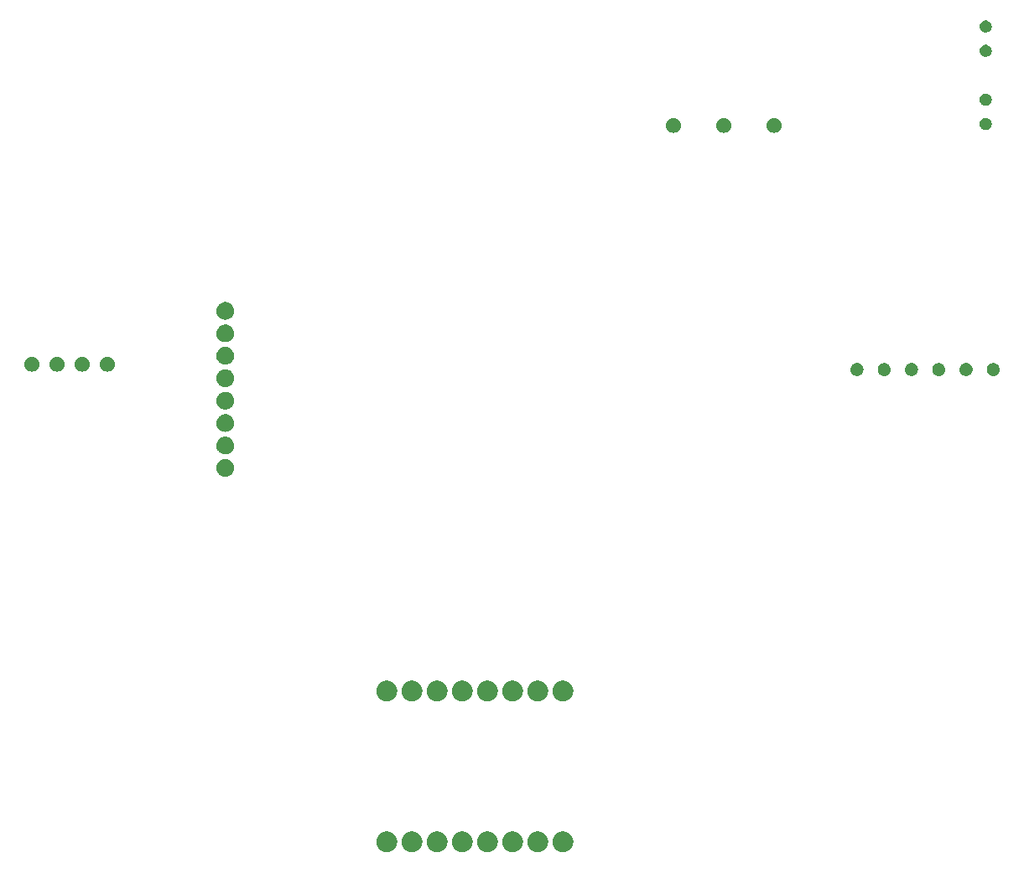
<source format=gbr>
%TF.GenerationSoftware,KiCad,Pcbnew,8.0.3*%
%TF.CreationDate,2024-07-09T17:09:24+02:00*%
%TF.ProjectId,eirini2,65697269-6e69-4322-9e6b-696361645f70,1.0*%
%TF.SameCoordinates,Original*%
%TF.FileFunction,Soldermask,Bot*%
%TF.FilePolarity,Negative*%
%FSLAX46Y46*%
G04 Gerber Fmt 4.6, Leading zero omitted, Abs format (unit mm)*
G04 Created by KiCad (PCBNEW 8.0.3) date 2024-07-09 17:09:24*
%MOMM*%
%LPD*%
G01*
G04 APERTURE LIST*
G04 APERTURE END LIST*
G36*
X76507872Y-120870215D02*
G01*
X76557277Y-120870215D01*
X76612297Y-120880500D01*
X76665723Y-120885762D01*
X76706309Y-120898073D01*
X76748514Y-120905963D01*
X76806969Y-120928608D01*
X76863540Y-120945769D01*
X76895861Y-120963045D01*
X76929937Y-120976246D01*
X76989143Y-121012905D01*
X77045849Y-121043215D01*
X77069675Y-121062769D01*
X77095345Y-121078663D01*
X77152228Y-121130519D01*
X77205644Y-121174356D01*
X77221471Y-121193641D01*
X77239123Y-121209733D01*
X77290361Y-121277583D01*
X77336785Y-121334151D01*
X77345763Y-121350948D01*
X77356370Y-121364994D01*
X77398572Y-121449748D01*
X77434231Y-121516460D01*
X77438033Y-121528995D01*
X77443088Y-121539146D01*
X77472940Y-121644067D01*
X77494238Y-121714277D01*
X77494937Y-121721382D01*
X77496331Y-121726279D01*
X77510815Y-121882590D01*
X77514500Y-121920000D01*
X77510815Y-121957412D01*
X77496331Y-122113720D01*
X77494937Y-122118616D01*
X77494238Y-122125723D01*
X77472935Y-122195948D01*
X77443088Y-122300853D01*
X77438034Y-122311002D01*
X77434231Y-122323540D01*
X77398565Y-122390265D01*
X77356370Y-122475005D01*
X77345765Y-122489047D01*
X77336785Y-122505849D01*
X77290351Y-122562428D01*
X77239123Y-122630266D01*
X77221474Y-122646354D01*
X77205644Y-122665644D01*
X77152217Y-122709489D01*
X77095345Y-122761336D01*
X77069680Y-122777226D01*
X77045849Y-122796785D01*
X76989131Y-122827101D01*
X76929937Y-122863753D01*
X76895868Y-122876951D01*
X76863540Y-122894231D01*
X76806957Y-122911395D01*
X76748514Y-122934036D01*
X76706315Y-122941924D01*
X76665723Y-122954238D01*
X76612294Y-122959500D01*
X76557277Y-122969785D01*
X76507872Y-122969785D01*
X76460000Y-122974500D01*
X76412128Y-122969785D01*
X76362723Y-122969785D01*
X76307704Y-122959500D01*
X76254277Y-122954238D01*
X76213685Y-122941924D01*
X76171485Y-122934036D01*
X76113037Y-122911393D01*
X76056460Y-122894231D01*
X76024134Y-122876952D01*
X75990062Y-122863753D01*
X75930861Y-122827097D01*
X75874151Y-122796785D01*
X75850322Y-122777229D01*
X75824654Y-122761336D01*
X75767772Y-122709481D01*
X75714356Y-122665644D01*
X75698528Y-122646358D01*
X75680876Y-122630266D01*
X75629635Y-122562412D01*
X75583215Y-122505849D01*
X75574237Y-122489052D01*
X75563629Y-122475005D01*
X75521419Y-122390237D01*
X75485769Y-122323540D01*
X75481967Y-122311007D01*
X75476911Y-122300853D01*
X75447048Y-122195894D01*
X75425762Y-122125723D01*
X75425062Y-122118621D01*
X75423668Y-122113720D01*
X75409167Y-121957240D01*
X75405500Y-121920000D01*
X75409167Y-121882762D01*
X75423668Y-121726279D01*
X75425062Y-121721377D01*
X75425762Y-121714277D01*
X75447043Y-121644120D01*
X75476911Y-121539146D01*
X75481967Y-121528990D01*
X75485769Y-121516460D01*
X75521412Y-121449775D01*
X75563629Y-121364994D01*
X75574238Y-121350944D01*
X75583215Y-121334151D01*
X75629626Y-121277598D01*
X75680876Y-121209733D01*
X75698531Y-121193637D01*
X75714356Y-121174356D01*
X75767761Y-121130527D01*
X75824654Y-121078663D01*
X75850327Y-121062766D01*
X75874151Y-121043215D01*
X75930849Y-121012909D01*
X75990062Y-120976246D01*
X76024140Y-120963043D01*
X76056460Y-120945769D01*
X76113026Y-120928609D01*
X76171485Y-120905963D01*
X76213692Y-120898073D01*
X76254277Y-120885762D01*
X76307701Y-120880500D01*
X76362723Y-120870215D01*
X76412128Y-120870215D01*
X76460000Y-120865500D01*
X76507872Y-120870215D01*
G37*
G36*
X79047872Y-120870215D02*
G01*
X79097277Y-120870215D01*
X79152297Y-120880500D01*
X79205723Y-120885762D01*
X79246309Y-120898073D01*
X79288514Y-120905963D01*
X79346969Y-120928608D01*
X79403540Y-120945769D01*
X79435861Y-120963045D01*
X79469937Y-120976246D01*
X79529143Y-121012905D01*
X79585849Y-121043215D01*
X79609675Y-121062769D01*
X79635345Y-121078663D01*
X79692228Y-121130519D01*
X79745644Y-121174356D01*
X79761471Y-121193641D01*
X79779123Y-121209733D01*
X79830361Y-121277583D01*
X79876785Y-121334151D01*
X79885763Y-121350948D01*
X79896370Y-121364994D01*
X79938572Y-121449748D01*
X79974231Y-121516460D01*
X79978033Y-121528995D01*
X79983088Y-121539146D01*
X80012940Y-121644067D01*
X80034238Y-121714277D01*
X80034937Y-121721382D01*
X80036331Y-121726279D01*
X80050815Y-121882590D01*
X80054500Y-121920000D01*
X80050815Y-121957412D01*
X80036331Y-122113720D01*
X80034937Y-122118616D01*
X80034238Y-122125723D01*
X80012935Y-122195948D01*
X79983088Y-122300853D01*
X79978034Y-122311002D01*
X79974231Y-122323540D01*
X79938565Y-122390265D01*
X79896370Y-122475005D01*
X79885765Y-122489047D01*
X79876785Y-122505849D01*
X79830351Y-122562428D01*
X79779123Y-122630266D01*
X79761474Y-122646354D01*
X79745644Y-122665644D01*
X79692217Y-122709489D01*
X79635345Y-122761336D01*
X79609680Y-122777226D01*
X79585849Y-122796785D01*
X79529131Y-122827101D01*
X79469937Y-122863753D01*
X79435868Y-122876951D01*
X79403540Y-122894231D01*
X79346957Y-122911395D01*
X79288514Y-122934036D01*
X79246315Y-122941924D01*
X79205723Y-122954238D01*
X79152294Y-122959500D01*
X79097277Y-122969785D01*
X79047872Y-122969785D01*
X79000000Y-122974500D01*
X78952128Y-122969785D01*
X78902723Y-122969785D01*
X78847704Y-122959500D01*
X78794277Y-122954238D01*
X78753685Y-122941924D01*
X78711485Y-122934036D01*
X78653037Y-122911393D01*
X78596460Y-122894231D01*
X78564134Y-122876952D01*
X78530062Y-122863753D01*
X78470861Y-122827097D01*
X78414151Y-122796785D01*
X78390322Y-122777229D01*
X78364654Y-122761336D01*
X78307772Y-122709481D01*
X78254356Y-122665644D01*
X78238528Y-122646358D01*
X78220876Y-122630266D01*
X78169635Y-122562412D01*
X78123215Y-122505849D01*
X78114237Y-122489052D01*
X78103629Y-122475005D01*
X78061419Y-122390237D01*
X78025769Y-122323540D01*
X78021967Y-122311007D01*
X78016911Y-122300853D01*
X77987048Y-122195894D01*
X77965762Y-122125723D01*
X77965062Y-122118621D01*
X77963668Y-122113720D01*
X77949167Y-121957240D01*
X77945500Y-121920000D01*
X77949167Y-121882762D01*
X77963668Y-121726279D01*
X77965062Y-121721377D01*
X77965762Y-121714277D01*
X77987043Y-121644120D01*
X78016911Y-121539146D01*
X78021967Y-121528990D01*
X78025769Y-121516460D01*
X78061412Y-121449775D01*
X78103629Y-121364994D01*
X78114238Y-121350944D01*
X78123215Y-121334151D01*
X78169626Y-121277598D01*
X78220876Y-121209733D01*
X78238531Y-121193637D01*
X78254356Y-121174356D01*
X78307761Y-121130527D01*
X78364654Y-121078663D01*
X78390327Y-121062766D01*
X78414151Y-121043215D01*
X78470849Y-121012909D01*
X78530062Y-120976246D01*
X78564140Y-120963043D01*
X78596460Y-120945769D01*
X78653026Y-120928609D01*
X78711485Y-120905963D01*
X78753692Y-120898073D01*
X78794277Y-120885762D01*
X78847701Y-120880500D01*
X78902723Y-120870215D01*
X78952128Y-120870215D01*
X79000000Y-120865500D01*
X79047872Y-120870215D01*
G37*
G36*
X81587872Y-120870215D02*
G01*
X81637277Y-120870215D01*
X81692297Y-120880500D01*
X81745723Y-120885762D01*
X81786309Y-120898073D01*
X81828514Y-120905963D01*
X81886969Y-120928608D01*
X81943540Y-120945769D01*
X81975861Y-120963045D01*
X82009937Y-120976246D01*
X82069143Y-121012905D01*
X82125849Y-121043215D01*
X82149675Y-121062769D01*
X82175345Y-121078663D01*
X82232228Y-121130519D01*
X82285644Y-121174356D01*
X82301471Y-121193641D01*
X82319123Y-121209733D01*
X82370361Y-121277583D01*
X82416785Y-121334151D01*
X82425763Y-121350948D01*
X82436370Y-121364994D01*
X82478572Y-121449748D01*
X82514231Y-121516460D01*
X82518033Y-121528995D01*
X82523088Y-121539146D01*
X82552940Y-121644067D01*
X82574238Y-121714277D01*
X82574937Y-121721382D01*
X82576331Y-121726279D01*
X82590815Y-121882590D01*
X82594500Y-121920000D01*
X82590815Y-121957412D01*
X82576331Y-122113720D01*
X82574937Y-122118616D01*
X82574238Y-122125723D01*
X82552935Y-122195948D01*
X82523088Y-122300853D01*
X82518034Y-122311002D01*
X82514231Y-122323540D01*
X82478565Y-122390265D01*
X82436370Y-122475005D01*
X82425765Y-122489047D01*
X82416785Y-122505849D01*
X82370351Y-122562428D01*
X82319123Y-122630266D01*
X82301474Y-122646354D01*
X82285644Y-122665644D01*
X82232217Y-122709489D01*
X82175345Y-122761336D01*
X82149680Y-122777226D01*
X82125849Y-122796785D01*
X82069131Y-122827101D01*
X82009937Y-122863753D01*
X81975868Y-122876951D01*
X81943540Y-122894231D01*
X81886957Y-122911395D01*
X81828514Y-122934036D01*
X81786315Y-122941924D01*
X81745723Y-122954238D01*
X81692294Y-122959500D01*
X81637277Y-122969785D01*
X81587872Y-122969785D01*
X81540000Y-122974500D01*
X81492128Y-122969785D01*
X81442723Y-122969785D01*
X81387704Y-122959500D01*
X81334277Y-122954238D01*
X81293685Y-122941924D01*
X81251485Y-122934036D01*
X81193037Y-122911393D01*
X81136460Y-122894231D01*
X81104134Y-122876952D01*
X81070062Y-122863753D01*
X81010861Y-122827097D01*
X80954151Y-122796785D01*
X80930322Y-122777229D01*
X80904654Y-122761336D01*
X80847772Y-122709481D01*
X80794356Y-122665644D01*
X80778528Y-122646358D01*
X80760876Y-122630266D01*
X80709635Y-122562412D01*
X80663215Y-122505849D01*
X80654237Y-122489052D01*
X80643629Y-122475005D01*
X80601419Y-122390237D01*
X80565769Y-122323540D01*
X80561967Y-122311007D01*
X80556911Y-122300853D01*
X80527048Y-122195894D01*
X80505762Y-122125723D01*
X80505062Y-122118621D01*
X80503668Y-122113720D01*
X80489167Y-121957240D01*
X80485500Y-121920000D01*
X80489167Y-121882762D01*
X80503668Y-121726279D01*
X80505062Y-121721377D01*
X80505762Y-121714277D01*
X80527043Y-121644120D01*
X80556911Y-121539146D01*
X80561967Y-121528990D01*
X80565769Y-121516460D01*
X80601412Y-121449775D01*
X80643629Y-121364994D01*
X80654238Y-121350944D01*
X80663215Y-121334151D01*
X80709626Y-121277598D01*
X80760876Y-121209733D01*
X80778531Y-121193637D01*
X80794356Y-121174356D01*
X80847761Y-121130527D01*
X80904654Y-121078663D01*
X80930327Y-121062766D01*
X80954151Y-121043215D01*
X81010849Y-121012909D01*
X81070062Y-120976246D01*
X81104140Y-120963043D01*
X81136460Y-120945769D01*
X81193026Y-120928609D01*
X81251485Y-120905963D01*
X81293692Y-120898073D01*
X81334277Y-120885762D01*
X81387701Y-120880500D01*
X81442723Y-120870215D01*
X81492128Y-120870215D01*
X81540000Y-120865500D01*
X81587872Y-120870215D01*
G37*
G36*
X84127872Y-120870215D02*
G01*
X84177277Y-120870215D01*
X84232297Y-120880500D01*
X84285723Y-120885762D01*
X84326309Y-120898073D01*
X84368514Y-120905963D01*
X84426969Y-120928608D01*
X84483540Y-120945769D01*
X84515861Y-120963045D01*
X84549937Y-120976246D01*
X84609143Y-121012905D01*
X84665849Y-121043215D01*
X84689675Y-121062769D01*
X84715345Y-121078663D01*
X84772228Y-121130519D01*
X84825644Y-121174356D01*
X84841471Y-121193641D01*
X84859123Y-121209733D01*
X84910361Y-121277583D01*
X84956785Y-121334151D01*
X84965763Y-121350948D01*
X84976370Y-121364994D01*
X85018572Y-121449748D01*
X85054231Y-121516460D01*
X85058033Y-121528995D01*
X85063088Y-121539146D01*
X85092940Y-121644067D01*
X85114238Y-121714277D01*
X85114937Y-121721382D01*
X85116331Y-121726279D01*
X85130815Y-121882590D01*
X85134500Y-121920000D01*
X85130815Y-121957412D01*
X85116331Y-122113720D01*
X85114937Y-122118616D01*
X85114238Y-122125723D01*
X85092935Y-122195948D01*
X85063088Y-122300853D01*
X85058034Y-122311002D01*
X85054231Y-122323540D01*
X85018565Y-122390265D01*
X84976370Y-122475005D01*
X84965765Y-122489047D01*
X84956785Y-122505849D01*
X84910351Y-122562428D01*
X84859123Y-122630266D01*
X84841474Y-122646354D01*
X84825644Y-122665644D01*
X84772217Y-122709489D01*
X84715345Y-122761336D01*
X84689680Y-122777226D01*
X84665849Y-122796785D01*
X84609131Y-122827101D01*
X84549937Y-122863753D01*
X84515868Y-122876951D01*
X84483540Y-122894231D01*
X84426957Y-122911395D01*
X84368514Y-122934036D01*
X84326315Y-122941924D01*
X84285723Y-122954238D01*
X84232294Y-122959500D01*
X84177277Y-122969785D01*
X84127872Y-122969785D01*
X84080000Y-122974500D01*
X84032128Y-122969785D01*
X83982723Y-122969785D01*
X83927704Y-122959500D01*
X83874277Y-122954238D01*
X83833685Y-122941924D01*
X83791485Y-122934036D01*
X83733037Y-122911393D01*
X83676460Y-122894231D01*
X83644134Y-122876952D01*
X83610062Y-122863753D01*
X83550861Y-122827097D01*
X83494151Y-122796785D01*
X83470322Y-122777229D01*
X83444654Y-122761336D01*
X83387772Y-122709481D01*
X83334356Y-122665644D01*
X83318528Y-122646358D01*
X83300876Y-122630266D01*
X83249635Y-122562412D01*
X83203215Y-122505849D01*
X83194237Y-122489052D01*
X83183629Y-122475005D01*
X83141419Y-122390237D01*
X83105769Y-122323540D01*
X83101967Y-122311007D01*
X83096911Y-122300853D01*
X83067048Y-122195894D01*
X83045762Y-122125723D01*
X83045062Y-122118621D01*
X83043668Y-122113720D01*
X83029167Y-121957240D01*
X83025500Y-121920000D01*
X83029167Y-121882762D01*
X83043668Y-121726279D01*
X83045062Y-121721377D01*
X83045762Y-121714277D01*
X83067043Y-121644120D01*
X83096911Y-121539146D01*
X83101967Y-121528990D01*
X83105769Y-121516460D01*
X83141412Y-121449775D01*
X83183629Y-121364994D01*
X83194238Y-121350944D01*
X83203215Y-121334151D01*
X83249626Y-121277598D01*
X83300876Y-121209733D01*
X83318531Y-121193637D01*
X83334356Y-121174356D01*
X83387761Y-121130527D01*
X83444654Y-121078663D01*
X83470327Y-121062766D01*
X83494151Y-121043215D01*
X83550849Y-121012909D01*
X83610062Y-120976246D01*
X83644140Y-120963043D01*
X83676460Y-120945769D01*
X83733026Y-120928609D01*
X83791485Y-120905963D01*
X83833692Y-120898073D01*
X83874277Y-120885762D01*
X83927701Y-120880500D01*
X83982723Y-120870215D01*
X84032128Y-120870215D01*
X84080000Y-120865500D01*
X84127872Y-120870215D01*
G37*
G36*
X86667872Y-120870215D02*
G01*
X86717277Y-120870215D01*
X86772297Y-120880500D01*
X86825723Y-120885762D01*
X86866309Y-120898073D01*
X86908514Y-120905963D01*
X86966969Y-120928608D01*
X87023540Y-120945769D01*
X87055861Y-120963045D01*
X87089937Y-120976246D01*
X87149143Y-121012905D01*
X87205849Y-121043215D01*
X87229675Y-121062769D01*
X87255345Y-121078663D01*
X87312228Y-121130519D01*
X87365644Y-121174356D01*
X87381471Y-121193641D01*
X87399123Y-121209733D01*
X87450361Y-121277583D01*
X87496785Y-121334151D01*
X87505763Y-121350948D01*
X87516370Y-121364994D01*
X87558572Y-121449748D01*
X87594231Y-121516460D01*
X87598033Y-121528995D01*
X87603088Y-121539146D01*
X87632940Y-121644067D01*
X87654238Y-121714277D01*
X87654937Y-121721382D01*
X87656331Y-121726279D01*
X87670815Y-121882590D01*
X87674500Y-121920000D01*
X87670815Y-121957412D01*
X87656331Y-122113720D01*
X87654937Y-122118616D01*
X87654238Y-122125723D01*
X87632935Y-122195948D01*
X87603088Y-122300853D01*
X87598034Y-122311002D01*
X87594231Y-122323540D01*
X87558565Y-122390265D01*
X87516370Y-122475005D01*
X87505765Y-122489047D01*
X87496785Y-122505849D01*
X87450351Y-122562428D01*
X87399123Y-122630266D01*
X87381474Y-122646354D01*
X87365644Y-122665644D01*
X87312217Y-122709489D01*
X87255345Y-122761336D01*
X87229680Y-122777226D01*
X87205849Y-122796785D01*
X87149131Y-122827101D01*
X87089937Y-122863753D01*
X87055868Y-122876951D01*
X87023540Y-122894231D01*
X86966957Y-122911395D01*
X86908514Y-122934036D01*
X86866315Y-122941924D01*
X86825723Y-122954238D01*
X86772294Y-122959500D01*
X86717277Y-122969785D01*
X86667872Y-122969785D01*
X86620000Y-122974500D01*
X86572128Y-122969785D01*
X86522723Y-122969785D01*
X86467704Y-122959500D01*
X86414277Y-122954238D01*
X86373685Y-122941924D01*
X86331485Y-122934036D01*
X86273037Y-122911393D01*
X86216460Y-122894231D01*
X86184134Y-122876952D01*
X86150062Y-122863753D01*
X86090861Y-122827097D01*
X86034151Y-122796785D01*
X86010322Y-122777229D01*
X85984654Y-122761336D01*
X85927772Y-122709481D01*
X85874356Y-122665644D01*
X85858528Y-122646358D01*
X85840876Y-122630266D01*
X85789635Y-122562412D01*
X85743215Y-122505849D01*
X85734237Y-122489052D01*
X85723629Y-122475005D01*
X85681419Y-122390237D01*
X85645769Y-122323540D01*
X85641967Y-122311007D01*
X85636911Y-122300853D01*
X85607048Y-122195894D01*
X85585762Y-122125723D01*
X85585062Y-122118621D01*
X85583668Y-122113720D01*
X85569167Y-121957240D01*
X85565500Y-121920000D01*
X85569167Y-121882762D01*
X85583668Y-121726279D01*
X85585062Y-121721377D01*
X85585762Y-121714277D01*
X85607043Y-121644120D01*
X85636911Y-121539146D01*
X85641967Y-121528990D01*
X85645769Y-121516460D01*
X85681412Y-121449775D01*
X85723629Y-121364994D01*
X85734238Y-121350944D01*
X85743215Y-121334151D01*
X85789626Y-121277598D01*
X85840876Y-121209733D01*
X85858531Y-121193637D01*
X85874356Y-121174356D01*
X85927761Y-121130527D01*
X85984654Y-121078663D01*
X86010327Y-121062766D01*
X86034151Y-121043215D01*
X86090849Y-121012909D01*
X86150062Y-120976246D01*
X86184140Y-120963043D01*
X86216460Y-120945769D01*
X86273026Y-120928609D01*
X86331485Y-120905963D01*
X86373692Y-120898073D01*
X86414277Y-120885762D01*
X86467701Y-120880500D01*
X86522723Y-120870215D01*
X86572128Y-120870215D01*
X86620000Y-120865500D01*
X86667872Y-120870215D01*
G37*
G36*
X89207872Y-120870215D02*
G01*
X89257277Y-120870215D01*
X89312297Y-120880500D01*
X89365723Y-120885762D01*
X89406309Y-120898073D01*
X89448514Y-120905963D01*
X89506969Y-120928608D01*
X89563540Y-120945769D01*
X89595861Y-120963045D01*
X89629937Y-120976246D01*
X89689143Y-121012905D01*
X89745849Y-121043215D01*
X89769675Y-121062769D01*
X89795345Y-121078663D01*
X89852228Y-121130519D01*
X89905644Y-121174356D01*
X89921471Y-121193641D01*
X89939123Y-121209733D01*
X89990361Y-121277583D01*
X90036785Y-121334151D01*
X90045763Y-121350948D01*
X90056370Y-121364994D01*
X90098572Y-121449748D01*
X90134231Y-121516460D01*
X90138033Y-121528995D01*
X90143088Y-121539146D01*
X90172940Y-121644067D01*
X90194238Y-121714277D01*
X90194937Y-121721382D01*
X90196331Y-121726279D01*
X90210815Y-121882590D01*
X90214500Y-121920000D01*
X90210815Y-121957412D01*
X90196331Y-122113720D01*
X90194937Y-122118616D01*
X90194238Y-122125723D01*
X90172935Y-122195948D01*
X90143088Y-122300853D01*
X90138034Y-122311002D01*
X90134231Y-122323540D01*
X90098565Y-122390265D01*
X90056370Y-122475005D01*
X90045765Y-122489047D01*
X90036785Y-122505849D01*
X89990351Y-122562428D01*
X89939123Y-122630266D01*
X89921474Y-122646354D01*
X89905644Y-122665644D01*
X89852217Y-122709489D01*
X89795345Y-122761336D01*
X89769680Y-122777226D01*
X89745849Y-122796785D01*
X89689131Y-122827101D01*
X89629937Y-122863753D01*
X89595868Y-122876951D01*
X89563540Y-122894231D01*
X89506957Y-122911395D01*
X89448514Y-122934036D01*
X89406315Y-122941924D01*
X89365723Y-122954238D01*
X89312294Y-122959500D01*
X89257277Y-122969785D01*
X89207872Y-122969785D01*
X89160000Y-122974500D01*
X89112128Y-122969785D01*
X89062723Y-122969785D01*
X89007704Y-122959500D01*
X88954277Y-122954238D01*
X88913685Y-122941924D01*
X88871485Y-122934036D01*
X88813037Y-122911393D01*
X88756460Y-122894231D01*
X88724134Y-122876952D01*
X88690062Y-122863753D01*
X88630861Y-122827097D01*
X88574151Y-122796785D01*
X88550322Y-122777229D01*
X88524654Y-122761336D01*
X88467772Y-122709481D01*
X88414356Y-122665644D01*
X88398528Y-122646358D01*
X88380876Y-122630266D01*
X88329635Y-122562412D01*
X88283215Y-122505849D01*
X88274237Y-122489052D01*
X88263629Y-122475005D01*
X88221419Y-122390237D01*
X88185769Y-122323540D01*
X88181967Y-122311007D01*
X88176911Y-122300853D01*
X88147048Y-122195894D01*
X88125762Y-122125723D01*
X88125062Y-122118621D01*
X88123668Y-122113720D01*
X88109167Y-121957240D01*
X88105500Y-121920000D01*
X88109167Y-121882762D01*
X88123668Y-121726279D01*
X88125062Y-121721377D01*
X88125762Y-121714277D01*
X88147043Y-121644120D01*
X88176911Y-121539146D01*
X88181967Y-121528990D01*
X88185769Y-121516460D01*
X88221412Y-121449775D01*
X88263629Y-121364994D01*
X88274238Y-121350944D01*
X88283215Y-121334151D01*
X88329626Y-121277598D01*
X88380876Y-121209733D01*
X88398531Y-121193637D01*
X88414356Y-121174356D01*
X88467761Y-121130527D01*
X88524654Y-121078663D01*
X88550327Y-121062766D01*
X88574151Y-121043215D01*
X88630849Y-121012909D01*
X88690062Y-120976246D01*
X88724140Y-120963043D01*
X88756460Y-120945769D01*
X88813026Y-120928609D01*
X88871485Y-120905963D01*
X88913692Y-120898073D01*
X88954277Y-120885762D01*
X89007701Y-120880500D01*
X89062723Y-120870215D01*
X89112128Y-120870215D01*
X89160000Y-120865500D01*
X89207872Y-120870215D01*
G37*
G36*
X91747872Y-120870215D02*
G01*
X91797277Y-120870215D01*
X91852297Y-120880500D01*
X91905723Y-120885762D01*
X91946309Y-120898073D01*
X91988514Y-120905963D01*
X92046969Y-120928608D01*
X92103540Y-120945769D01*
X92135861Y-120963045D01*
X92169937Y-120976246D01*
X92229143Y-121012905D01*
X92285849Y-121043215D01*
X92309675Y-121062769D01*
X92335345Y-121078663D01*
X92392228Y-121130519D01*
X92445644Y-121174356D01*
X92461471Y-121193641D01*
X92479123Y-121209733D01*
X92530361Y-121277583D01*
X92576785Y-121334151D01*
X92585763Y-121350948D01*
X92596370Y-121364994D01*
X92638572Y-121449748D01*
X92674231Y-121516460D01*
X92678033Y-121528995D01*
X92683088Y-121539146D01*
X92712940Y-121644067D01*
X92734238Y-121714277D01*
X92734937Y-121721382D01*
X92736331Y-121726279D01*
X92750815Y-121882590D01*
X92754500Y-121920000D01*
X92750815Y-121957412D01*
X92736331Y-122113720D01*
X92734937Y-122118616D01*
X92734238Y-122125723D01*
X92712935Y-122195948D01*
X92683088Y-122300853D01*
X92678034Y-122311002D01*
X92674231Y-122323540D01*
X92638565Y-122390265D01*
X92596370Y-122475005D01*
X92585765Y-122489047D01*
X92576785Y-122505849D01*
X92530351Y-122562428D01*
X92479123Y-122630266D01*
X92461474Y-122646354D01*
X92445644Y-122665644D01*
X92392217Y-122709489D01*
X92335345Y-122761336D01*
X92309680Y-122777226D01*
X92285849Y-122796785D01*
X92229131Y-122827101D01*
X92169937Y-122863753D01*
X92135868Y-122876951D01*
X92103540Y-122894231D01*
X92046957Y-122911395D01*
X91988514Y-122934036D01*
X91946315Y-122941924D01*
X91905723Y-122954238D01*
X91852294Y-122959500D01*
X91797277Y-122969785D01*
X91747872Y-122969785D01*
X91700000Y-122974500D01*
X91652128Y-122969785D01*
X91602723Y-122969785D01*
X91547704Y-122959500D01*
X91494277Y-122954238D01*
X91453685Y-122941924D01*
X91411485Y-122934036D01*
X91353037Y-122911393D01*
X91296460Y-122894231D01*
X91264134Y-122876952D01*
X91230062Y-122863753D01*
X91170861Y-122827097D01*
X91114151Y-122796785D01*
X91090322Y-122777229D01*
X91064654Y-122761336D01*
X91007772Y-122709481D01*
X90954356Y-122665644D01*
X90938528Y-122646358D01*
X90920876Y-122630266D01*
X90869635Y-122562412D01*
X90823215Y-122505849D01*
X90814237Y-122489052D01*
X90803629Y-122475005D01*
X90761419Y-122390237D01*
X90725769Y-122323540D01*
X90721967Y-122311007D01*
X90716911Y-122300853D01*
X90687048Y-122195894D01*
X90665762Y-122125723D01*
X90665062Y-122118621D01*
X90663668Y-122113720D01*
X90649167Y-121957240D01*
X90645500Y-121920000D01*
X90649167Y-121882762D01*
X90663668Y-121726279D01*
X90665062Y-121721377D01*
X90665762Y-121714277D01*
X90687043Y-121644120D01*
X90716911Y-121539146D01*
X90721967Y-121528990D01*
X90725769Y-121516460D01*
X90761412Y-121449775D01*
X90803629Y-121364994D01*
X90814238Y-121350944D01*
X90823215Y-121334151D01*
X90869626Y-121277598D01*
X90920876Y-121209733D01*
X90938531Y-121193637D01*
X90954356Y-121174356D01*
X91007761Y-121130527D01*
X91064654Y-121078663D01*
X91090327Y-121062766D01*
X91114151Y-121043215D01*
X91170849Y-121012909D01*
X91230062Y-120976246D01*
X91264140Y-120963043D01*
X91296460Y-120945769D01*
X91353026Y-120928609D01*
X91411485Y-120905963D01*
X91453692Y-120898073D01*
X91494277Y-120885762D01*
X91547701Y-120880500D01*
X91602723Y-120870215D01*
X91652128Y-120870215D01*
X91700000Y-120865500D01*
X91747872Y-120870215D01*
G37*
G36*
X94287872Y-120870215D02*
G01*
X94337277Y-120870215D01*
X94392297Y-120880500D01*
X94445723Y-120885762D01*
X94486309Y-120898073D01*
X94528514Y-120905963D01*
X94586969Y-120928608D01*
X94643540Y-120945769D01*
X94675861Y-120963045D01*
X94709937Y-120976246D01*
X94769143Y-121012905D01*
X94825849Y-121043215D01*
X94849675Y-121062769D01*
X94875345Y-121078663D01*
X94932228Y-121130519D01*
X94985644Y-121174356D01*
X95001471Y-121193641D01*
X95019123Y-121209733D01*
X95070361Y-121277583D01*
X95116785Y-121334151D01*
X95125763Y-121350948D01*
X95136370Y-121364994D01*
X95178572Y-121449748D01*
X95214231Y-121516460D01*
X95218033Y-121528995D01*
X95223088Y-121539146D01*
X95252940Y-121644067D01*
X95274238Y-121714277D01*
X95274937Y-121721382D01*
X95276331Y-121726279D01*
X95290815Y-121882590D01*
X95294500Y-121920000D01*
X95290815Y-121957412D01*
X95276331Y-122113720D01*
X95274937Y-122118616D01*
X95274238Y-122125723D01*
X95252935Y-122195948D01*
X95223088Y-122300853D01*
X95218034Y-122311002D01*
X95214231Y-122323540D01*
X95178565Y-122390265D01*
X95136370Y-122475005D01*
X95125765Y-122489047D01*
X95116785Y-122505849D01*
X95070351Y-122562428D01*
X95019123Y-122630266D01*
X95001474Y-122646354D01*
X94985644Y-122665644D01*
X94932217Y-122709489D01*
X94875345Y-122761336D01*
X94849680Y-122777226D01*
X94825849Y-122796785D01*
X94769131Y-122827101D01*
X94709937Y-122863753D01*
X94675868Y-122876951D01*
X94643540Y-122894231D01*
X94586957Y-122911395D01*
X94528514Y-122934036D01*
X94486315Y-122941924D01*
X94445723Y-122954238D01*
X94392294Y-122959500D01*
X94337277Y-122969785D01*
X94287872Y-122969785D01*
X94240000Y-122974500D01*
X94192128Y-122969785D01*
X94142723Y-122969785D01*
X94087704Y-122959500D01*
X94034277Y-122954238D01*
X93993685Y-122941924D01*
X93951485Y-122934036D01*
X93893037Y-122911393D01*
X93836460Y-122894231D01*
X93804134Y-122876952D01*
X93770062Y-122863753D01*
X93710861Y-122827097D01*
X93654151Y-122796785D01*
X93630322Y-122777229D01*
X93604654Y-122761336D01*
X93547772Y-122709481D01*
X93494356Y-122665644D01*
X93478528Y-122646358D01*
X93460876Y-122630266D01*
X93409635Y-122562412D01*
X93363215Y-122505849D01*
X93354237Y-122489052D01*
X93343629Y-122475005D01*
X93301419Y-122390237D01*
X93265769Y-122323540D01*
X93261967Y-122311007D01*
X93256911Y-122300853D01*
X93227048Y-122195894D01*
X93205762Y-122125723D01*
X93205062Y-122118621D01*
X93203668Y-122113720D01*
X93189167Y-121957240D01*
X93185500Y-121920000D01*
X93189167Y-121882762D01*
X93203668Y-121726279D01*
X93205062Y-121721377D01*
X93205762Y-121714277D01*
X93227043Y-121644120D01*
X93256911Y-121539146D01*
X93261967Y-121528990D01*
X93265769Y-121516460D01*
X93301412Y-121449775D01*
X93343629Y-121364994D01*
X93354238Y-121350944D01*
X93363215Y-121334151D01*
X93409626Y-121277598D01*
X93460876Y-121209733D01*
X93478531Y-121193637D01*
X93494356Y-121174356D01*
X93547761Y-121130527D01*
X93604654Y-121078663D01*
X93630327Y-121062766D01*
X93654151Y-121043215D01*
X93710849Y-121012909D01*
X93770062Y-120976246D01*
X93804140Y-120963043D01*
X93836460Y-120945769D01*
X93893026Y-120928609D01*
X93951485Y-120905963D01*
X93993692Y-120898073D01*
X94034277Y-120885762D01*
X94087701Y-120880500D01*
X94142723Y-120870215D01*
X94192128Y-120870215D01*
X94240000Y-120865500D01*
X94287872Y-120870215D01*
G37*
G36*
X76507872Y-105630215D02*
G01*
X76557277Y-105630215D01*
X76612297Y-105640500D01*
X76665723Y-105645762D01*
X76706309Y-105658073D01*
X76748514Y-105665963D01*
X76806969Y-105688608D01*
X76863540Y-105705769D01*
X76895861Y-105723045D01*
X76929937Y-105736246D01*
X76989143Y-105772905D01*
X77045849Y-105803215D01*
X77069675Y-105822769D01*
X77095345Y-105838663D01*
X77152228Y-105890519D01*
X77205644Y-105934356D01*
X77221471Y-105953641D01*
X77239123Y-105969733D01*
X77290361Y-106037583D01*
X77336785Y-106094151D01*
X77345763Y-106110948D01*
X77356370Y-106124994D01*
X77398572Y-106209748D01*
X77434231Y-106276460D01*
X77438033Y-106288995D01*
X77443088Y-106299146D01*
X77472940Y-106404067D01*
X77494238Y-106474277D01*
X77494937Y-106481382D01*
X77496331Y-106486279D01*
X77510815Y-106642590D01*
X77514500Y-106680000D01*
X77510815Y-106717412D01*
X77496331Y-106873720D01*
X77494937Y-106878616D01*
X77494238Y-106885723D01*
X77472935Y-106955948D01*
X77443088Y-107060853D01*
X77438034Y-107071002D01*
X77434231Y-107083540D01*
X77398565Y-107150265D01*
X77356370Y-107235005D01*
X77345765Y-107249047D01*
X77336785Y-107265849D01*
X77290351Y-107322428D01*
X77239123Y-107390266D01*
X77221474Y-107406354D01*
X77205644Y-107425644D01*
X77152217Y-107469489D01*
X77095345Y-107521336D01*
X77069680Y-107537226D01*
X77045849Y-107556785D01*
X76989131Y-107587101D01*
X76929937Y-107623753D01*
X76895868Y-107636951D01*
X76863540Y-107654231D01*
X76806957Y-107671395D01*
X76748514Y-107694036D01*
X76706315Y-107701924D01*
X76665723Y-107714238D01*
X76612294Y-107719500D01*
X76557277Y-107729785D01*
X76507872Y-107729785D01*
X76460000Y-107734500D01*
X76412128Y-107729785D01*
X76362723Y-107729785D01*
X76307704Y-107719500D01*
X76254277Y-107714238D01*
X76213685Y-107701924D01*
X76171485Y-107694036D01*
X76113037Y-107671393D01*
X76056460Y-107654231D01*
X76024134Y-107636952D01*
X75990062Y-107623753D01*
X75930861Y-107587097D01*
X75874151Y-107556785D01*
X75850322Y-107537229D01*
X75824654Y-107521336D01*
X75767772Y-107469481D01*
X75714356Y-107425644D01*
X75698528Y-107406358D01*
X75680876Y-107390266D01*
X75629635Y-107322412D01*
X75583215Y-107265849D01*
X75574237Y-107249052D01*
X75563629Y-107235005D01*
X75521419Y-107150237D01*
X75485769Y-107083540D01*
X75481967Y-107071007D01*
X75476911Y-107060853D01*
X75447048Y-106955894D01*
X75425762Y-106885723D01*
X75425062Y-106878621D01*
X75423668Y-106873720D01*
X75409167Y-106717240D01*
X75405500Y-106680000D01*
X75409167Y-106642762D01*
X75423668Y-106486279D01*
X75425062Y-106481377D01*
X75425762Y-106474277D01*
X75447043Y-106404120D01*
X75476911Y-106299146D01*
X75481967Y-106288990D01*
X75485769Y-106276460D01*
X75521412Y-106209775D01*
X75563629Y-106124994D01*
X75574238Y-106110944D01*
X75583215Y-106094151D01*
X75629626Y-106037598D01*
X75680876Y-105969733D01*
X75698531Y-105953637D01*
X75714356Y-105934356D01*
X75767761Y-105890527D01*
X75824654Y-105838663D01*
X75850327Y-105822766D01*
X75874151Y-105803215D01*
X75930849Y-105772909D01*
X75990062Y-105736246D01*
X76024140Y-105723043D01*
X76056460Y-105705769D01*
X76113026Y-105688609D01*
X76171485Y-105665963D01*
X76213692Y-105658073D01*
X76254277Y-105645762D01*
X76307701Y-105640500D01*
X76362723Y-105630215D01*
X76412128Y-105630215D01*
X76460000Y-105625500D01*
X76507872Y-105630215D01*
G37*
G36*
X79047872Y-105630215D02*
G01*
X79097277Y-105630215D01*
X79152297Y-105640500D01*
X79205723Y-105645762D01*
X79246309Y-105658073D01*
X79288514Y-105665963D01*
X79346969Y-105688608D01*
X79403540Y-105705769D01*
X79435861Y-105723045D01*
X79469937Y-105736246D01*
X79529143Y-105772905D01*
X79585849Y-105803215D01*
X79609675Y-105822769D01*
X79635345Y-105838663D01*
X79692228Y-105890519D01*
X79745644Y-105934356D01*
X79761471Y-105953641D01*
X79779123Y-105969733D01*
X79830361Y-106037583D01*
X79876785Y-106094151D01*
X79885763Y-106110948D01*
X79896370Y-106124994D01*
X79938572Y-106209748D01*
X79974231Y-106276460D01*
X79978033Y-106288995D01*
X79983088Y-106299146D01*
X80012940Y-106404067D01*
X80034238Y-106474277D01*
X80034937Y-106481382D01*
X80036331Y-106486279D01*
X80050815Y-106642590D01*
X80054500Y-106680000D01*
X80050815Y-106717412D01*
X80036331Y-106873720D01*
X80034937Y-106878616D01*
X80034238Y-106885723D01*
X80012935Y-106955948D01*
X79983088Y-107060853D01*
X79978034Y-107071002D01*
X79974231Y-107083540D01*
X79938565Y-107150265D01*
X79896370Y-107235005D01*
X79885765Y-107249047D01*
X79876785Y-107265849D01*
X79830351Y-107322428D01*
X79779123Y-107390266D01*
X79761474Y-107406354D01*
X79745644Y-107425644D01*
X79692217Y-107469489D01*
X79635345Y-107521336D01*
X79609680Y-107537226D01*
X79585849Y-107556785D01*
X79529131Y-107587101D01*
X79469937Y-107623753D01*
X79435868Y-107636951D01*
X79403540Y-107654231D01*
X79346957Y-107671395D01*
X79288514Y-107694036D01*
X79246315Y-107701924D01*
X79205723Y-107714238D01*
X79152294Y-107719500D01*
X79097277Y-107729785D01*
X79047872Y-107729785D01*
X79000000Y-107734500D01*
X78952128Y-107729785D01*
X78902723Y-107729785D01*
X78847704Y-107719500D01*
X78794277Y-107714238D01*
X78753685Y-107701924D01*
X78711485Y-107694036D01*
X78653037Y-107671393D01*
X78596460Y-107654231D01*
X78564134Y-107636952D01*
X78530062Y-107623753D01*
X78470861Y-107587097D01*
X78414151Y-107556785D01*
X78390322Y-107537229D01*
X78364654Y-107521336D01*
X78307772Y-107469481D01*
X78254356Y-107425644D01*
X78238528Y-107406358D01*
X78220876Y-107390266D01*
X78169635Y-107322412D01*
X78123215Y-107265849D01*
X78114237Y-107249052D01*
X78103629Y-107235005D01*
X78061419Y-107150237D01*
X78025769Y-107083540D01*
X78021967Y-107071007D01*
X78016911Y-107060853D01*
X77987048Y-106955894D01*
X77965762Y-106885723D01*
X77965062Y-106878621D01*
X77963668Y-106873720D01*
X77949167Y-106717240D01*
X77945500Y-106680000D01*
X77949167Y-106642762D01*
X77963668Y-106486279D01*
X77965062Y-106481377D01*
X77965762Y-106474277D01*
X77987043Y-106404120D01*
X78016911Y-106299146D01*
X78021967Y-106288990D01*
X78025769Y-106276460D01*
X78061412Y-106209775D01*
X78103629Y-106124994D01*
X78114238Y-106110944D01*
X78123215Y-106094151D01*
X78169626Y-106037598D01*
X78220876Y-105969733D01*
X78238531Y-105953637D01*
X78254356Y-105934356D01*
X78307761Y-105890527D01*
X78364654Y-105838663D01*
X78390327Y-105822766D01*
X78414151Y-105803215D01*
X78470849Y-105772909D01*
X78530062Y-105736246D01*
X78564140Y-105723043D01*
X78596460Y-105705769D01*
X78653026Y-105688609D01*
X78711485Y-105665963D01*
X78753692Y-105658073D01*
X78794277Y-105645762D01*
X78847701Y-105640500D01*
X78902723Y-105630215D01*
X78952128Y-105630215D01*
X79000000Y-105625500D01*
X79047872Y-105630215D01*
G37*
G36*
X81587872Y-105630215D02*
G01*
X81637277Y-105630215D01*
X81692297Y-105640500D01*
X81745723Y-105645762D01*
X81786309Y-105658073D01*
X81828514Y-105665963D01*
X81886969Y-105688608D01*
X81943540Y-105705769D01*
X81975861Y-105723045D01*
X82009937Y-105736246D01*
X82069143Y-105772905D01*
X82125849Y-105803215D01*
X82149675Y-105822769D01*
X82175345Y-105838663D01*
X82232228Y-105890519D01*
X82285644Y-105934356D01*
X82301471Y-105953641D01*
X82319123Y-105969733D01*
X82370361Y-106037583D01*
X82416785Y-106094151D01*
X82425763Y-106110948D01*
X82436370Y-106124994D01*
X82478572Y-106209748D01*
X82514231Y-106276460D01*
X82518033Y-106288995D01*
X82523088Y-106299146D01*
X82552940Y-106404067D01*
X82574238Y-106474277D01*
X82574937Y-106481382D01*
X82576331Y-106486279D01*
X82590815Y-106642590D01*
X82594500Y-106680000D01*
X82590815Y-106717412D01*
X82576331Y-106873720D01*
X82574937Y-106878616D01*
X82574238Y-106885723D01*
X82552935Y-106955948D01*
X82523088Y-107060853D01*
X82518034Y-107071002D01*
X82514231Y-107083540D01*
X82478565Y-107150265D01*
X82436370Y-107235005D01*
X82425765Y-107249047D01*
X82416785Y-107265849D01*
X82370351Y-107322428D01*
X82319123Y-107390266D01*
X82301474Y-107406354D01*
X82285644Y-107425644D01*
X82232217Y-107469489D01*
X82175345Y-107521336D01*
X82149680Y-107537226D01*
X82125849Y-107556785D01*
X82069131Y-107587101D01*
X82009937Y-107623753D01*
X81975868Y-107636951D01*
X81943540Y-107654231D01*
X81886957Y-107671395D01*
X81828514Y-107694036D01*
X81786315Y-107701924D01*
X81745723Y-107714238D01*
X81692294Y-107719500D01*
X81637277Y-107729785D01*
X81587872Y-107729785D01*
X81540000Y-107734500D01*
X81492128Y-107729785D01*
X81442723Y-107729785D01*
X81387704Y-107719500D01*
X81334277Y-107714238D01*
X81293685Y-107701924D01*
X81251485Y-107694036D01*
X81193037Y-107671393D01*
X81136460Y-107654231D01*
X81104134Y-107636952D01*
X81070062Y-107623753D01*
X81010861Y-107587097D01*
X80954151Y-107556785D01*
X80930322Y-107537229D01*
X80904654Y-107521336D01*
X80847772Y-107469481D01*
X80794356Y-107425644D01*
X80778528Y-107406358D01*
X80760876Y-107390266D01*
X80709635Y-107322412D01*
X80663215Y-107265849D01*
X80654237Y-107249052D01*
X80643629Y-107235005D01*
X80601419Y-107150237D01*
X80565769Y-107083540D01*
X80561967Y-107071007D01*
X80556911Y-107060853D01*
X80527048Y-106955894D01*
X80505762Y-106885723D01*
X80505062Y-106878621D01*
X80503668Y-106873720D01*
X80489167Y-106717240D01*
X80485500Y-106680000D01*
X80489167Y-106642762D01*
X80503668Y-106486279D01*
X80505062Y-106481377D01*
X80505762Y-106474277D01*
X80527043Y-106404120D01*
X80556911Y-106299146D01*
X80561967Y-106288990D01*
X80565769Y-106276460D01*
X80601412Y-106209775D01*
X80643629Y-106124994D01*
X80654238Y-106110944D01*
X80663215Y-106094151D01*
X80709626Y-106037598D01*
X80760876Y-105969733D01*
X80778531Y-105953637D01*
X80794356Y-105934356D01*
X80847761Y-105890527D01*
X80904654Y-105838663D01*
X80930327Y-105822766D01*
X80954151Y-105803215D01*
X81010849Y-105772909D01*
X81070062Y-105736246D01*
X81104140Y-105723043D01*
X81136460Y-105705769D01*
X81193026Y-105688609D01*
X81251485Y-105665963D01*
X81293692Y-105658073D01*
X81334277Y-105645762D01*
X81387701Y-105640500D01*
X81442723Y-105630215D01*
X81492128Y-105630215D01*
X81540000Y-105625500D01*
X81587872Y-105630215D01*
G37*
G36*
X84127872Y-105630215D02*
G01*
X84177277Y-105630215D01*
X84232297Y-105640500D01*
X84285723Y-105645762D01*
X84326309Y-105658073D01*
X84368514Y-105665963D01*
X84426969Y-105688608D01*
X84483540Y-105705769D01*
X84515861Y-105723045D01*
X84549937Y-105736246D01*
X84609143Y-105772905D01*
X84665849Y-105803215D01*
X84689675Y-105822769D01*
X84715345Y-105838663D01*
X84772228Y-105890519D01*
X84825644Y-105934356D01*
X84841471Y-105953641D01*
X84859123Y-105969733D01*
X84910361Y-106037583D01*
X84956785Y-106094151D01*
X84965763Y-106110948D01*
X84976370Y-106124994D01*
X85018572Y-106209748D01*
X85054231Y-106276460D01*
X85058033Y-106288995D01*
X85063088Y-106299146D01*
X85092940Y-106404067D01*
X85114238Y-106474277D01*
X85114937Y-106481382D01*
X85116331Y-106486279D01*
X85130815Y-106642590D01*
X85134500Y-106680000D01*
X85130815Y-106717412D01*
X85116331Y-106873720D01*
X85114937Y-106878616D01*
X85114238Y-106885723D01*
X85092935Y-106955948D01*
X85063088Y-107060853D01*
X85058034Y-107071002D01*
X85054231Y-107083540D01*
X85018565Y-107150265D01*
X84976370Y-107235005D01*
X84965765Y-107249047D01*
X84956785Y-107265849D01*
X84910351Y-107322428D01*
X84859123Y-107390266D01*
X84841474Y-107406354D01*
X84825644Y-107425644D01*
X84772217Y-107469489D01*
X84715345Y-107521336D01*
X84689680Y-107537226D01*
X84665849Y-107556785D01*
X84609131Y-107587101D01*
X84549937Y-107623753D01*
X84515868Y-107636951D01*
X84483540Y-107654231D01*
X84426957Y-107671395D01*
X84368514Y-107694036D01*
X84326315Y-107701924D01*
X84285723Y-107714238D01*
X84232294Y-107719500D01*
X84177277Y-107729785D01*
X84127872Y-107729785D01*
X84080000Y-107734500D01*
X84032128Y-107729785D01*
X83982723Y-107729785D01*
X83927704Y-107719500D01*
X83874277Y-107714238D01*
X83833685Y-107701924D01*
X83791485Y-107694036D01*
X83733037Y-107671393D01*
X83676460Y-107654231D01*
X83644134Y-107636952D01*
X83610062Y-107623753D01*
X83550861Y-107587097D01*
X83494151Y-107556785D01*
X83470322Y-107537229D01*
X83444654Y-107521336D01*
X83387772Y-107469481D01*
X83334356Y-107425644D01*
X83318528Y-107406358D01*
X83300876Y-107390266D01*
X83249635Y-107322412D01*
X83203215Y-107265849D01*
X83194237Y-107249052D01*
X83183629Y-107235005D01*
X83141419Y-107150237D01*
X83105769Y-107083540D01*
X83101967Y-107071007D01*
X83096911Y-107060853D01*
X83067048Y-106955894D01*
X83045762Y-106885723D01*
X83045062Y-106878621D01*
X83043668Y-106873720D01*
X83029167Y-106717240D01*
X83025500Y-106680000D01*
X83029167Y-106642762D01*
X83043668Y-106486279D01*
X83045062Y-106481377D01*
X83045762Y-106474277D01*
X83067043Y-106404120D01*
X83096911Y-106299146D01*
X83101967Y-106288990D01*
X83105769Y-106276460D01*
X83141412Y-106209775D01*
X83183629Y-106124994D01*
X83194238Y-106110944D01*
X83203215Y-106094151D01*
X83249626Y-106037598D01*
X83300876Y-105969733D01*
X83318531Y-105953637D01*
X83334356Y-105934356D01*
X83387761Y-105890527D01*
X83444654Y-105838663D01*
X83470327Y-105822766D01*
X83494151Y-105803215D01*
X83550849Y-105772909D01*
X83610062Y-105736246D01*
X83644140Y-105723043D01*
X83676460Y-105705769D01*
X83733026Y-105688609D01*
X83791485Y-105665963D01*
X83833692Y-105658073D01*
X83874277Y-105645762D01*
X83927701Y-105640500D01*
X83982723Y-105630215D01*
X84032128Y-105630215D01*
X84080000Y-105625500D01*
X84127872Y-105630215D01*
G37*
G36*
X86667872Y-105630215D02*
G01*
X86717277Y-105630215D01*
X86772297Y-105640500D01*
X86825723Y-105645762D01*
X86866309Y-105658073D01*
X86908514Y-105665963D01*
X86966969Y-105688608D01*
X87023540Y-105705769D01*
X87055861Y-105723045D01*
X87089937Y-105736246D01*
X87149143Y-105772905D01*
X87205849Y-105803215D01*
X87229675Y-105822769D01*
X87255345Y-105838663D01*
X87312228Y-105890519D01*
X87365644Y-105934356D01*
X87381471Y-105953641D01*
X87399123Y-105969733D01*
X87450361Y-106037583D01*
X87496785Y-106094151D01*
X87505763Y-106110948D01*
X87516370Y-106124994D01*
X87558572Y-106209748D01*
X87594231Y-106276460D01*
X87598033Y-106288995D01*
X87603088Y-106299146D01*
X87632940Y-106404067D01*
X87654238Y-106474277D01*
X87654937Y-106481382D01*
X87656331Y-106486279D01*
X87670815Y-106642590D01*
X87674500Y-106680000D01*
X87670815Y-106717412D01*
X87656331Y-106873720D01*
X87654937Y-106878616D01*
X87654238Y-106885723D01*
X87632935Y-106955948D01*
X87603088Y-107060853D01*
X87598034Y-107071002D01*
X87594231Y-107083540D01*
X87558565Y-107150265D01*
X87516370Y-107235005D01*
X87505765Y-107249047D01*
X87496785Y-107265849D01*
X87450351Y-107322428D01*
X87399123Y-107390266D01*
X87381474Y-107406354D01*
X87365644Y-107425644D01*
X87312217Y-107469489D01*
X87255345Y-107521336D01*
X87229680Y-107537226D01*
X87205849Y-107556785D01*
X87149131Y-107587101D01*
X87089937Y-107623753D01*
X87055868Y-107636951D01*
X87023540Y-107654231D01*
X86966957Y-107671395D01*
X86908514Y-107694036D01*
X86866315Y-107701924D01*
X86825723Y-107714238D01*
X86772294Y-107719500D01*
X86717277Y-107729785D01*
X86667872Y-107729785D01*
X86620000Y-107734500D01*
X86572128Y-107729785D01*
X86522723Y-107729785D01*
X86467704Y-107719500D01*
X86414277Y-107714238D01*
X86373685Y-107701924D01*
X86331485Y-107694036D01*
X86273037Y-107671393D01*
X86216460Y-107654231D01*
X86184134Y-107636952D01*
X86150062Y-107623753D01*
X86090861Y-107587097D01*
X86034151Y-107556785D01*
X86010322Y-107537229D01*
X85984654Y-107521336D01*
X85927772Y-107469481D01*
X85874356Y-107425644D01*
X85858528Y-107406358D01*
X85840876Y-107390266D01*
X85789635Y-107322412D01*
X85743215Y-107265849D01*
X85734237Y-107249052D01*
X85723629Y-107235005D01*
X85681419Y-107150237D01*
X85645769Y-107083540D01*
X85641967Y-107071007D01*
X85636911Y-107060853D01*
X85607048Y-106955894D01*
X85585762Y-106885723D01*
X85585062Y-106878621D01*
X85583668Y-106873720D01*
X85569167Y-106717240D01*
X85565500Y-106680000D01*
X85569167Y-106642762D01*
X85583668Y-106486279D01*
X85585062Y-106481377D01*
X85585762Y-106474277D01*
X85607043Y-106404120D01*
X85636911Y-106299146D01*
X85641967Y-106288990D01*
X85645769Y-106276460D01*
X85681412Y-106209775D01*
X85723629Y-106124994D01*
X85734238Y-106110944D01*
X85743215Y-106094151D01*
X85789626Y-106037598D01*
X85840876Y-105969733D01*
X85858531Y-105953637D01*
X85874356Y-105934356D01*
X85927761Y-105890527D01*
X85984654Y-105838663D01*
X86010327Y-105822766D01*
X86034151Y-105803215D01*
X86090849Y-105772909D01*
X86150062Y-105736246D01*
X86184140Y-105723043D01*
X86216460Y-105705769D01*
X86273026Y-105688609D01*
X86331485Y-105665963D01*
X86373692Y-105658073D01*
X86414277Y-105645762D01*
X86467701Y-105640500D01*
X86522723Y-105630215D01*
X86572128Y-105630215D01*
X86620000Y-105625500D01*
X86667872Y-105630215D01*
G37*
G36*
X89207872Y-105630215D02*
G01*
X89257277Y-105630215D01*
X89312297Y-105640500D01*
X89365723Y-105645762D01*
X89406309Y-105658073D01*
X89448514Y-105665963D01*
X89506969Y-105688608D01*
X89563540Y-105705769D01*
X89595861Y-105723045D01*
X89629937Y-105736246D01*
X89689143Y-105772905D01*
X89745849Y-105803215D01*
X89769675Y-105822769D01*
X89795345Y-105838663D01*
X89852228Y-105890519D01*
X89905644Y-105934356D01*
X89921471Y-105953641D01*
X89939123Y-105969733D01*
X89990361Y-106037583D01*
X90036785Y-106094151D01*
X90045763Y-106110948D01*
X90056370Y-106124994D01*
X90098572Y-106209748D01*
X90134231Y-106276460D01*
X90138033Y-106288995D01*
X90143088Y-106299146D01*
X90172940Y-106404067D01*
X90194238Y-106474277D01*
X90194937Y-106481382D01*
X90196331Y-106486279D01*
X90210815Y-106642590D01*
X90214500Y-106680000D01*
X90210815Y-106717412D01*
X90196331Y-106873720D01*
X90194937Y-106878616D01*
X90194238Y-106885723D01*
X90172935Y-106955948D01*
X90143088Y-107060853D01*
X90138034Y-107071002D01*
X90134231Y-107083540D01*
X90098565Y-107150265D01*
X90056370Y-107235005D01*
X90045765Y-107249047D01*
X90036785Y-107265849D01*
X89990351Y-107322428D01*
X89939123Y-107390266D01*
X89921474Y-107406354D01*
X89905644Y-107425644D01*
X89852217Y-107469489D01*
X89795345Y-107521336D01*
X89769680Y-107537226D01*
X89745849Y-107556785D01*
X89689131Y-107587101D01*
X89629937Y-107623753D01*
X89595868Y-107636951D01*
X89563540Y-107654231D01*
X89506957Y-107671395D01*
X89448514Y-107694036D01*
X89406315Y-107701924D01*
X89365723Y-107714238D01*
X89312294Y-107719500D01*
X89257277Y-107729785D01*
X89207872Y-107729785D01*
X89160000Y-107734500D01*
X89112128Y-107729785D01*
X89062723Y-107729785D01*
X89007704Y-107719500D01*
X88954277Y-107714238D01*
X88913685Y-107701924D01*
X88871485Y-107694036D01*
X88813037Y-107671393D01*
X88756460Y-107654231D01*
X88724134Y-107636952D01*
X88690062Y-107623753D01*
X88630861Y-107587097D01*
X88574151Y-107556785D01*
X88550322Y-107537229D01*
X88524654Y-107521336D01*
X88467772Y-107469481D01*
X88414356Y-107425644D01*
X88398528Y-107406358D01*
X88380876Y-107390266D01*
X88329635Y-107322412D01*
X88283215Y-107265849D01*
X88274237Y-107249052D01*
X88263629Y-107235005D01*
X88221419Y-107150237D01*
X88185769Y-107083540D01*
X88181967Y-107071007D01*
X88176911Y-107060853D01*
X88147048Y-106955894D01*
X88125762Y-106885723D01*
X88125062Y-106878621D01*
X88123668Y-106873720D01*
X88109167Y-106717240D01*
X88105500Y-106680000D01*
X88109167Y-106642762D01*
X88123668Y-106486279D01*
X88125062Y-106481377D01*
X88125762Y-106474277D01*
X88147043Y-106404120D01*
X88176911Y-106299146D01*
X88181967Y-106288990D01*
X88185769Y-106276460D01*
X88221412Y-106209775D01*
X88263629Y-106124994D01*
X88274238Y-106110944D01*
X88283215Y-106094151D01*
X88329626Y-106037598D01*
X88380876Y-105969733D01*
X88398531Y-105953637D01*
X88414356Y-105934356D01*
X88467761Y-105890527D01*
X88524654Y-105838663D01*
X88550327Y-105822766D01*
X88574151Y-105803215D01*
X88630849Y-105772909D01*
X88690062Y-105736246D01*
X88724140Y-105723043D01*
X88756460Y-105705769D01*
X88813026Y-105688609D01*
X88871485Y-105665963D01*
X88913692Y-105658073D01*
X88954277Y-105645762D01*
X89007701Y-105640500D01*
X89062723Y-105630215D01*
X89112128Y-105630215D01*
X89160000Y-105625500D01*
X89207872Y-105630215D01*
G37*
G36*
X91747872Y-105630215D02*
G01*
X91797277Y-105630215D01*
X91852297Y-105640500D01*
X91905723Y-105645762D01*
X91946309Y-105658073D01*
X91988514Y-105665963D01*
X92046969Y-105688608D01*
X92103540Y-105705769D01*
X92135861Y-105723045D01*
X92169937Y-105736246D01*
X92229143Y-105772905D01*
X92285849Y-105803215D01*
X92309675Y-105822769D01*
X92335345Y-105838663D01*
X92392228Y-105890519D01*
X92445644Y-105934356D01*
X92461471Y-105953641D01*
X92479123Y-105969733D01*
X92530361Y-106037583D01*
X92576785Y-106094151D01*
X92585763Y-106110948D01*
X92596370Y-106124994D01*
X92638572Y-106209748D01*
X92674231Y-106276460D01*
X92678033Y-106288995D01*
X92683088Y-106299146D01*
X92712940Y-106404067D01*
X92734238Y-106474277D01*
X92734937Y-106481382D01*
X92736331Y-106486279D01*
X92750815Y-106642590D01*
X92754500Y-106680000D01*
X92750815Y-106717412D01*
X92736331Y-106873720D01*
X92734937Y-106878616D01*
X92734238Y-106885723D01*
X92712935Y-106955948D01*
X92683088Y-107060853D01*
X92678034Y-107071002D01*
X92674231Y-107083540D01*
X92638565Y-107150265D01*
X92596370Y-107235005D01*
X92585765Y-107249047D01*
X92576785Y-107265849D01*
X92530351Y-107322428D01*
X92479123Y-107390266D01*
X92461474Y-107406354D01*
X92445644Y-107425644D01*
X92392217Y-107469489D01*
X92335345Y-107521336D01*
X92309680Y-107537226D01*
X92285849Y-107556785D01*
X92229131Y-107587101D01*
X92169937Y-107623753D01*
X92135868Y-107636951D01*
X92103540Y-107654231D01*
X92046957Y-107671395D01*
X91988514Y-107694036D01*
X91946315Y-107701924D01*
X91905723Y-107714238D01*
X91852294Y-107719500D01*
X91797277Y-107729785D01*
X91747872Y-107729785D01*
X91700000Y-107734500D01*
X91652128Y-107729785D01*
X91602723Y-107729785D01*
X91547704Y-107719500D01*
X91494277Y-107714238D01*
X91453685Y-107701924D01*
X91411485Y-107694036D01*
X91353037Y-107671393D01*
X91296460Y-107654231D01*
X91264134Y-107636952D01*
X91230062Y-107623753D01*
X91170861Y-107587097D01*
X91114151Y-107556785D01*
X91090322Y-107537229D01*
X91064654Y-107521336D01*
X91007772Y-107469481D01*
X90954356Y-107425644D01*
X90938528Y-107406358D01*
X90920876Y-107390266D01*
X90869635Y-107322412D01*
X90823215Y-107265849D01*
X90814237Y-107249052D01*
X90803629Y-107235005D01*
X90761419Y-107150237D01*
X90725769Y-107083540D01*
X90721967Y-107071007D01*
X90716911Y-107060853D01*
X90687048Y-106955894D01*
X90665762Y-106885723D01*
X90665062Y-106878621D01*
X90663668Y-106873720D01*
X90649167Y-106717240D01*
X90645500Y-106680000D01*
X90649167Y-106642762D01*
X90663668Y-106486279D01*
X90665062Y-106481377D01*
X90665762Y-106474277D01*
X90687043Y-106404120D01*
X90716911Y-106299146D01*
X90721967Y-106288990D01*
X90725769Y-106276460D01*
X90761412Y-106209775D01*
X90803629Y-106124994D01*
X90814238Y-106110944D01*
X90823215Y-106094151D01*
X90869626Y-106037598D01*
X90920876Y-105969733D01*
X90938531Y-105953637D01*
X90954356Y-105934356D01*
X91007761Y-105890527D01*
X91064654Y-105838663D01*
X91090327Y-105822766D01*
X91114151Y-105803215D01*
X91170849Y-105772909D01*
X91230062Y-105736246D01*
X91264140Y-105723043D01*
X91296460Y-105705769D01*
X91353026Y-105688609D01*
X91411485Y-105665963D01*
X91453692Y-105658073D01*
X91494277Y-105645762D01*
X91547701Y-105640500D01*
X91602723Y-105630215D01*
X91652128Y-105630215D01*
X91700000Y-105625500D01*
X91747872Y-105630215D01*
G37*
G36*
X94287872Y-105630215D02*
G01*
X94337277Y-105630215D01*
X94392297Y-105640500D01*
X94445723Y-105645762D01*
X94486309Y-105658073D01*
X94528514Y-105665963D01*
X94586969Y-105688608D01*
X94643540Y-105705769D01*
X94675861Y-105723045D01*
X94709937Y-105736246D01*
X94769143Y-105772905D01*
X94825849Y-105803215D01*
X94849675Y-105822769D01*
X94875345Y-105838663D01*
X94932228Y-105890519D01*
X94985644Y-105934356D01*
X95001471Y-105953641D01*
X95019123Y-105969733D01*
X95070361Y-106037583D01*
X95116785Y-106094151D01*
X95125763Y-106110948D01*
X95136370Y-106124994D01*
X95178572Y-106209748D01*
X95214231Y-106276460D01*
X95218033Y-106288995D01*
X95223088Y-106299146D01*
X95252940Y-106404067D01*
X95274238Y-106474277D01*
X95274937Y-106481382D01*
X95276331Y-106486279D01*
X95290815Y-106642590D01*
X95294500Y-106680000D01*
X95290815Y-106717412D01*
X95276331Y-106873720D01*
X95274937Y-106878616D01*
X95274238Y-106885723D01*
X95252935Y-106955948D01*
X95223088Y-107060853D01*
X95218034Y-107071002D01*
X95214231Y-107083540D01*
X95178565Y-107150265D01*
X95136370Y-107235005D01*
X95125765Y-107249047D01*
X95116785Y-107265849D01*
X95070351Y-107322428D01*
X95019123Y-107390266D01*
X95001474Y-107406354D01*
X94985644Y-107425644D01*
X94932217Y-107469489D01*
X94875345Y-107521336D01*
X94849680Y-107537226D01*
X94825849Y-107556785D01*
X94769131Y-107587101D01*
X94709937Y-107623753D01*
X94675868Y-107636951D01*
X94643540Y-107654231D01*
X94586957Y-107671395D01*
X94528514Y-107694036D01*
X94486315Y-107701924D01*
X94445723Y-107714238D01*
X94392294Y-107719500D01*
X94337277Y-107729785D01*
X94287872Y-107729785D01*
X94240000Y-107734500D01*
X94192128Y-107729785D01*
X94142723Y-107729785D01*
X94087704Y-107719500D01*
X94034277Y-107714238D01*
X93993685Y-107701924D01*
X93951485Y-107694036D01*
X93893037Y-107671393D01*
X93836460Y-107654231D01*
X93804134Y-107636952D01*
X93770062Y-107623753D01*
X93710861Y-107587097D01*
X93654151Y-107556785D01*
X93630322Y-107537229D01*
X93604654Y-107521336D01*
X93547772Y-107469481D01*
X93494356Y-107425644D01*
X93478528Y-107406358D01*
X93460876Y-107390266D01*
X93409635Y-107322412D01*
X93363215Y-107265849D01*
X93354237Y-107249052D01*
X93343629Y-107235005D01*
X93301419Y-107150237D01*
X93265769Y-107083540D01*
X93261967Y-107071007D01*
X93256911Y-107060853D01*
X93227048Y-106955894D01*
X93205762Y-106885723D01*
X93205062Y-106878621D01*
X93203668Y-106873720D01*
X93189167Y-106717240D01*
X93185500Y-106680000D01*
X93189167Y-106642762D01*
X93203668Y-106486279D01*
X93205062Y-106481377D01*
X93205762Y-106474277D01*
X93227043Y-106404120D01*
X93256911Y-106299146D01*
X93261967Y-106288990D01*
X93265769Y-106276460D01*
X93301412Y-106209775D01*
X93343629Y-106124994D01*
X93354238Y-106110944D01*
X93363215Y-106094151D01*
X93409626Y-106037598D01*
X93460876Y-105969733D01*
X93478531Y-105953637D01*
X93494356Y-105934356D01*
X93547761Y-105890527D01*
X93604654Y-105838663D01*
X93630327Y-105822766D01*
X93654151Y-105803215D01*
X93710849Y-105772909D01*
X93770062Y-105736246D01*
X93804140Y-105723043D01*
X93836460Y-105705769D01*
X93893026Y-105688609D01*
X93951485Y-105665963D01*
X93993692Y-105658073D01*
X94034277Y-105645762D01*
X94087701Y-105640500D01*
X94142723Y-105630215D01*
X94192128Y-105630215D01*
X94240000Y-105625500D01*
X94287872Y-105630215D01*
G37*
G36*
X60204230Y-83238261D02*
G01*
X60250738Y-83238261D01*
X60290894Y-83246796D01*
X60332192Y-83250864D01*
X60384077Y-83266603D01*
X60434777Y-83277380D01*
X60467220Y-83291824D01*
X60500981Y-83302066D01*
X60554629Y-83330741D01*
X60606662Y-83353908D01*
X60630854Y-83371484D01*
X60656540Y-83385214D01*
X60708933Y-83428212D01*
X60758880Y-83464501D01*
X60775098Y-83482513D01*
X60792883Y-83497109D01*
X60840680Y-83555349D01*
X60884777Y-83604324D01*
X60894039Y-83620367D01*
X60904778Y-83633452D01*
X60944502Y-83707771D01*
X60978853Y-83767268D01*
X60982804Y-83779429D01*
X60987926Y-83789011D01*
X61016166Y-83882106D01*
X61036995Y-83946210D01*
X61037728Y-83953185D01*
X61039128Y-83957800D01*
X61052752Y-84096133D01*
X61056662Y-84133331D01*
X61052752Y-84170531D01*
X61039128Y-84308861D01*
X61037728Y-84313475D01*
X61036995Y-84320452D01*
X61016162Y-84384569D01*
X60987926Y-84477650D01*
X60982805Y-84487230D01*
X60978853Y-84499394D01*
X60944495Y-84558903D01*
X60904778Y-84633209D01*
X60894041Y-84646291D01*
X60884777Y-84662338D01*
X60840671Y-84711322D01*
X60792883Y-84769552D01*
X60775101Y-84784144D01*
X60758880Y-84802161D01*
X60708922Y-84838457D01*
X60656540Y-84881447D01*
X60630859Y-84895173D01*
X60606662Y-84912754D01*
X60554617Y-84935925D01*
X60500981Y-84964595D01*
X60467227Y-84974834D01*
X60434777Y-84989282D01*
X60384066Y-85000060D01*
X60332192Y-85015797D01*
X60290903Y-85019863D01*
X60250738Y-85028401D01*
X60204220Y-85028401D01*
X60156662Y-85033085D01*
X60109104Y-85028401D01*
X60062586Y-85028401D01*
X60022421Y-85019863D01*
X59981131Y-85015797D01*
X59929254Y-85000060D01*
X59878547Y-84989282D01*
X59846098Y-84974834D01*
X59812342Y-84964595D01*
X59758700Y-84935922D01*
X59706662Y-84912754D01*
X59682467Y-84895175D01*
X59656783Y-84881447D01*
X59604392Y-84838450D01*
X59554444Y-84802161D01*
X59538224Y-84784147D01*
X59520440Y-84769552D01*
X59472641Y-84711309D01*
X59428547Y-84662338D01*
X59419284Y-84646295D01*
X59408545Y-84633209D01*
X59368815Y-84558879D01*
X59334471Y-84499394D01*
X59330520Y-84487234D01*
X59325397Y-84477650D01*
X59297146Y-84384522D01*
X59276329Y-84320452D01*
X59275596Y-84313480D01*
X59274195Y-84308861D01*
X59260555Y-84170380D01*
X59256662Y-84133331D01*
X59260555Y-84096284D01*
X59274195Y-83957800D01*
X59275596Y-83953180D01*
X59276329Y-83946210D01*
X59297142Y-83882153D01*
X59325397Y-83789011D01*
X59330521Y-83779424D01*
X59334471Y-83767268D01*
X59368807Y-83707794D01*
X59408545Y-83633452D01*
X59419286Y-83620363D01*
X59428547Y-83604324D01*
X59472632Y-83555362D01*
X59520440Y-83497109D01*
X59538228Y-83482510D01*
X59554444Y-83464501D01*
X59604381Y-83428219D01*
X59656783Y-83385214D01*
X59682472Y-83371482D01*
X59706662Y-83353908D01*
X59758688Y-83330744D01*
X59812342Y-83302066D01*
X59846105Y-83291823D01*
X59878547Y-83277380D01*
X59929243Y-83266604D01*
X59981131Y-83250864D01*
X60022430Y-83246796D01*
X60062586Y-83238261D01*
X60109094Y-83238261D01*
X60156662Y-83233576D01*
X60204230Y-83238261D01*
G37*
G36*
X60204242Y-80971595D02*
G01*
X60250750Y-80971595D01*
X60290906Y-80980130D01*
X60332204Y-80984198D01*
X60384089Y-80999937D01*
X60434789Y-81010714D01*
X60467232Y-81025158D01*
X60500993Y-81035400D01*
X60554641Y-81064075D01*
X60606674Y-81087242D01*
X60630866Y-81104818D01*
X60656552Y-81118548D01*
X60708945Y-81161546D01*
X60758892Y-81197835D01*
X60775110Y-81215847D01*
X60792895Y-81230443D01*
X60840692Y-81288683D01*
X60884789Y-81337658D01*
X60894051Y-81353701D01*
X60904790Y-81366786D01*
X60944514Y-81441105D01*
X60978865Y-81500602D01*
X60982816Y-81512763D01*
X60987938Y-81522345D01*
X61016178Y-81615440D01*
X61037007Y-81679544D01*
X61037740Y-81686519D01*
X61039140Y-81691134D01*
X61052764Y-81829467D01*
X61056674Y-81866665D01*
X61052764Y-81903865D01*
X61039140Y-82042195D01*
X61037740Y-82046809D01*
X61037007Y-82053786D01*
X61016174Y-82117903D01*
X60987938Y-82210984D01*
X60982817Y-82220564D01*
X60978865Y-82232728D01*
X60944507Y-82292237D01*
X60904790Y-82366543D01*
X60894053Y-82379625D01*
X60884789Y-82395672D01*
X60840683Y-82444656D01*
X60792895Y-82502886D01*
X60775113Y-82517478D01*
X60758892Y-82535495D01*
X60708934Y-82571791D01*
X60656552Y-82614781D01*
X60630871Y-82628507D01*
X60606674Y-82646088D01*
X60554629Y-82669259D01*
X60500993Y-82697929D01*
X60467239Y-82708168D01*
X60434789Y-82722616D01*
X60384078Y-82733394D01*
X60332204Y-82749131D01*
X60290915Y-82753197D01*
X60250750Y-82761735D01*
X60204232Y-82761735D01*
X60156674Y-82766419D01*
X60109116Y-82761735D01*
X60062598Y-82761735D01*
X60022433Y-82753197D01*
X59981143Y-82749131D01*
X59929266Y-82733394D01*
X59878559Y-82722616D01*
X59846110Y-82708168D01*
X59812354Y-82697929D01*
X59758712Y-82669256D01*
X59706674Y-82646088D01*
X59682479Y-82628509D01*
X59656795Y-82614781D01*
X59604404Y-82571784D01*
X59554456Y-82535495D01*
X59538236Y-82517481D01*
X59520452Y-82502886D01*
X59472653Y-82444643D01*
X59428559Y-82395672D01*
X59419296Y-82379629D01*
X59408557Y-82366543D01*
X59368827Y-82292213D01*
X59334483Y-82232728D01*
X59330532Y-82220568D01*
X59325409Y-82210984D01*
X59297158Y-82117856D01*
X59276341Y-82053786D01*
X59275608Y-82046814D01*
X59274207Y-82042195D01*
X59260567Y-81903714D01*
X59256674Y-81866665D01*
X59260567Y-81829618D01*
X59274207Y-81691134D01*
X59275608Y-81686514D01*
X59276341Y-81679544D01*
X59297154Y-81615487D01*
X59325409Y-81522345D01*
X59330533Y-81512758D01*
X59334483Y-81500602D01*
X59368819Y-81441128D01*
X59408557Y-81366786D01*
X59419298Y-81353697D01*
X59428559Y-81337658D01*
X59472644Y-81288696D01*
X59520452Y-81230443D01*
X59538240Y-81215844D01*
X59554456Y-81197835D01*
X59604393Y-81161553D01*
X59656795Y-81118548D01*
X59682484Y-81104816D01*
X59706674Y-81087242D01*
X59758700Y-81064078D01*
X59812354Y-81035400D01*
X59846117Y-81025157D01*
X59878559Y-81010714D01*
X59929255Y-80999938D01*
X59981143Y-80984198D01*
X60022442Y-80980130D01*
X60062598Y-80971595D01*
X60109106Y-80971595D01*
X60156674Y-80966910D01*
X60204242Y-80971595D01*
G37*
G36*
X60204242Y-78704929D02*
G01*
X60250750Y-78704929D01*
X60290906Y-78713464D01*
X60332204Y-78717532D01*
X60384089Y-78733271D01*
X60434789Y-78744048D01*
X60467232Y-78758492D01*
X60500993Y-78768734D01*
X60554641Y-78797409D01*
X60606674Y-78820576D01*
X60630866Y-78838152D01*
X60656552Y-78851882D01*
X60708945Y-78894880D01*
X60758892Y-78931169D01*
X60775110Y-78949181D01*
X60792895Y-78963777D01*
X60840692Y-79022017D01*
X60884789Y-79070992D01*
X60894051Y-79087035D01*
X60904790Y-79100120D01*
X60944514Y-79174439D01*
X60978865Y-79233936D01*
X60982816Y-79246097D01*
X60987938Y-79255679D01*
X61016178Y-79348774D01*
X61037007Y-79412878D01*
X61037740Y-79419853D01*
X61039140Y-79424468D01*
X61052764Y-79562801D01*
X61056674Y-79599999D01*
X61052764Y-79637199D01*
X61039140Y-79775529D01*
X61037740Y-79780143D01*
X61037007Y-79787120D01*
X61016174Y-79851237D01*
X60987938Y-79944318D01*
X60982817Y-79953898D01*
X60978865Y-79966062D01*
X60944507Y-80025571D01*
X60904790Y-80099877D01*
X60894053Y-80112959D01*
X60884789Y-80129006D01*
X60840683Y-80177990D01*
X60792895Y-80236220D01*
X60775113Y-80250812D01*
X60758892Y-80268829D01*
X60708934Y-80305125D01*
X60656552Y-80348115D01*
X60630871Y-80361841D01*
X60606674Y-80379422D01*
X60554629Y-80402593D01*
X60500993Y-80431263D01*
X60467239Y-80441502D01*
X60434789Y-80455950D01*
X60384078Y-80466728D01*
X60332204Y-80482465D01*
X60290915Y-80486531D01*
X60250750Y-80495069D01*
X60204232Y-80495069D01*
X60156674Y-80499753D01*
X60109116Y-80495069D01*
X60062598Y-80495069D01*
X60022433Y-80486531D01*
X59981143Y-80482465D01*
X59929266Y-80466728D01*
X59878559Y-80455950D01*
X59846110Y-80441502D01*
X59812354Y-80431263D01*
X59758712Y-80402590D01*
X59706674Y-80379422D01*
X59682479Y-80361843D01*
X59656795Y-80348115D01*
X59604404Y-80305118D01*
X59554456Y-80268829D01*
X59538236Y-80250815D01*
X59520452Y-80236220D01*
X59472653Y-80177977D01*
X59428559Y-80129006D01*
X59419296Y-80112963D01*
X59408557Y-80099877D01*
X59368827Y-80025547D01*
X59334483Y-79966062D01*
X59330532Y-79953902D01*
X59325409Y-79944318D01*
X59297158Y-79851190D01*
X59276341Y-79787120D01*
X59275608Y-79780148D01*
X59274207Y-79775529D01*
X59260567Y-79637048D01*
X59256674Y-79599999D01*
X59260567Y-79562952D01*
X59274207Y-79424468D01*
X59275608Y-79419848D01*
X59276341Y-79412878D01*
X59297154Y-79348821D01*
X59325409Y-79255679D01*
X59330533Y-79246092D01*
X59334483Y-79233936D01*
X59368819Y-79174462D01*
X59408557Y-79100120D01*
X59419298Y-79087031D01*
X59428559Y-79070992D01*
X59472644Y-79022030D01*
X59520452Y-78963777D01*
X59538240Y-78949178D01*
X59554456Y-78931169D01*
X59604393Y-78894887D01*
X59656795Y-78851882D01*
X59682484Y-78838150D01*
X59706674Y-78820576D01*
X59758700Y-78797412D01*
X59812354Y-78768734D01*
X59846117Y-78758491D01*
X59878559Y-78744048D01*
X59929255Y-78733272D01*
X59981143Y-78717532D01*
X60022442Y-78713464D01*
X60062598Y-78704929D01*
X60109106Y-78704929D01*
X60156674Y-78700244D01*
X60204242Y-78704929D01*
G37*
G36*
X60204230Y-76438263D02*
G01*
X60250738Y-76438263D01*
X60290894Y-76446798D01*
X60332192Y-76450866D01*
X60384077Y-76466605D01*
X60434777Y-76477382D01*
X60467220Y-76491826D01*
X60500981Y-76502068D01*
X60554629Y-76530743D01*
X60606662Y-76553910D01*
X60630854Y-76571486D01*
X60656540Y-76585216D01*
X60708933Y-76628214D01*
X60758880Y-76664503D01*
X60775098Y-76682515D01*
X60792883Y-76697111D01*
X60840680Y-76755351D01*
X60884777Y-76804326D01*
X60894039Y-76820369D01*
X60904778Y-76833454D01*
X60944502Y-76907773D01*
X60978853Y-76967270D01*
X60982804Y-76979431D01*
X60987926Y-76989013D01*
X61016166Y-77082108D01*
X61036995Y-77146212D01*
X61037728Y-77153187D01*
X61039128Y-77157802D01*
X61052752Y-77296135D01*
X61056662Y-77333333D01*
X61052752Y-77370533D01*
X61039128Y-77508863D01*
X61037728Y-77513477D01*
X61036995Y-77520454D01*
X61016162Y-77584571D01*
X60987926Y-77677652D01*
X60982805Y-77687232D01*
X60978853Y-77699396D01*
X60944495Y-77758905D01*
X60904778Y-77833211D01*
X60894041Y-77846293D01*
X60884777Y-77862340D01*
X60840671Y-77911324D01*
X60792883Y-77969554D01*
X60775101Y-77984146D01*
X60758880Y-78002163D01*
X60708922Y-78038459D01*
X60656540Y-78081449D01*
X60630859Y-78095175D01*
X60606662Y-78112756D01*
X60554617Y-78135927D01*
X60500981Y-78164597D01*
X60467227Y-78174836D01*
X60434777Y-78189284D01*
X60384066Y-78200062D01*
X60332192Y-78215799D01*
X60290903Y-78219865D01*
X60250738Y-78228403D01*
X60204220Y-78228403D01*
X60156662Y-78233087D01*
X60109104Y-78228403D01*
X60062586Y-78228403D01*
X60022421Y-78219865D01*
X59981131Y-78215799D01*
X59929254Y-78200062D01*
X59878547Y-78189284D01*
X59846098Y-78174836D01*
X59812342Y-78164597D01*
X59758700Y-78135924D01*
X59706662Y-78112756D01*
X59682467Y-78095177D01*
X59656783Y-78081449D01*
X59604392Y-78038452D01*
X59554444Y-78002163D01*
X59538224Y-77984149D01*
X59520440Y-77969554D01*
X59472641Y-77911311D01*
X59428547Y-77862340D01*
X59419284Y-77846297D01*
X59408545Y-77833211D01*
X59368815Y-77758881D01*
X59334471Y-77699396D01*
X59330520Y-77687236D01*
X59325397Y-77677652D01*
X59297146Y-77584524D01*
X59276329Y-77520454D01*
X59275596Y-77513482D01*
X59274195Y-77508863D01*
X59260555Y-77370382D01*
X59256662Y-77333333D01*
X59260555Y-77296286D01*
X59274195Y-77157802D01*
X59275596Y-77153182D01*
X59276329Y-77146212D01*
X59297142Y-77082155D01*
X59325397Y-76989013D01*
X59330521Y-76979426D01*
X59334471Y-76967270D01*
X59368807Y-76907796D01*
X59408545Y-76833454D01*
X59419286Y-76820365D01*
X59428547Y-76804326D01*
X59472632Y-76755364D01*
X59520440Y-76697111D01*
X59538228Y-76682512D01*
X59554444Y-76664503D01*
X59604381Y-76628221D01*
X59656783Y-76585216D01*
X59682472Y-76571484D01*
X59706662Y-76553910D01*
X59758688Y-76530746D01*
X59812342Y-76502068D01*
X59846105Y-76491825D01*
X59878547Y-76477382D01*
X59929243Y-76466606D01*
X59981131Y-76450866D01*
X60022430Y-76446798D01*
X60062586Y-76438263D01*
X60109094Y-76438263D01*
X60156662Y-76433578D01*
X60204230Y-76438263D01*
G37*
G36*
X60204242Y-74171597D02*
G01*
X60250750Y-74171597D01*
X60290906Y-74180132D01*
X60332204Y-74184200D01*
X60384089Y-74199939D01*
X60434789Y-74210716D01*
X60467232Y-74225160D01*
X60500993Y-74235402D01*
X60554641Y-74264077D01*
X60606674Y-74287244D01*
X60630866Y-74304820D01*
X60656552Y-74318550D01*
X60708945Y-74361548D01*
X60758892Y-74397837D01*
X60775110Y-74415849D01*
X60792895Y-74430445D01*
X60840692Y-74488685D01*
X60884789Y-74537660D01*
X60894051Y-74553703D01*
X60904790Y-74566788D01*
X60944514Y-74641107D01*
X60978865Y-74700604D01*
X60982816Y-74712765D01*
X60987938Y-74722347D01*
X61016178Y-74815442D01*
X61037007Y-74879546D01*
X61037740Y-74886521D01*
X61039140Y-74891136D01*
X61052764Y-75029469D01*
X61056674Y-75066667D01*
X61052764Y-75103867D01*
X61039140Y-75242197D01*
X61037740Y-75246811D01*
X61037007Y-75253788D01*
X61016174Y-75317905D01*
X60987938Y-75410986D01*
X60982817Y-75420566D01*
X60978865Y-75432730D01*
X60944507Y-75492239D01*
X60904790Y-75566545D01*
X60894053Y-75579627D01*
X60884789Y-75595674D01*
X60840683Y-75644658D01*
X60792895Y-75702888D01*
X60775113Y-75717480D01*
X60758892Y-75735497D01*
X60708934Y-75771793D01*
X60656552Y-75814783D01*
X60630871Y-75828509D01*
X60606674Y-75846090D01*
X60554629Y-75869261D01*
X60500993Y-75897931D01*
X60467239Y-75908170D01*
X60434789Y-75922618D01*
X60384078Y-75933396D01*
X60332204Y-75949133D01*
X60290915Y-75953199D01*
X60250750Y-75961737D01*
X60204232Y-75961737D01*
X60156674Y-75966421D01*
X60109116Y-75961737D01*
X60062598Y-75961737D01*
X60022433Y-75953199D01*
X59981143Y-75949133D01*
X59929266Y-75933396D01*
X59878559Y-75922618D01*
X59846110Y-75908170D01*
X59812354Y-75897931D01*
X59758712Y-75869258D01*
X59706674Y-75846090D01*
X59682479Y-75828511D01*
X59656795Y-75814783D01*
X59604404Y-75771786D01*
X59554456Y-75735497D01*
X59538236Y-75717483D01*
X59520452Y-75702888D01*
X59472653Y-75644645D01*
X59428559Y-75595674D01*
X59419296Y-75579631D01*
X59408557Y-75566545D01*
X59368827Y-75492215D01*
X59334483Y-75432730D01*
X59330532Y-75420570D01*
X59325409Y-75410986D01*
X59297158Y-75317858D01*
X59276341Y-75253788D01*
X59275608Y-75246816D01*
X59274207Y-75242197D01*
X59260567Y-75103716D01*
X59256674Y-75066667D01*
X59260567Y-75029620D01*
X59274207Y-74891136D01*
X59275608Y-74886516D01*
X59276341Y-74879546D01*
X59297154Y-74815489D01*
X59325409Y-74722347D01*
X59330533Y-74712760D01*
X59334483Y-74700604D01*
X59368819Y-74641130D01*
X59408557Y-74566788D01*
X59419298Y-74553699D01*
X59428559Y-74537660D01*
X59472644Y-74488698D01*
X59520452Y-74430445D01*
X59538240Y-74415846D01*
X59554456Y-74397837D01*
X59604393Y-74361555D01*
X59656795Y-74318550D01*
X59682484Y-74304818D01*
X59706674Y-74287244D01*
X59758700Y-74264080D01*
X59812354Y-74235402D01*
X59846117Y-74225159D01*
X59878559Y-74210716D01*
X59929255Y-74199940D01*
X59981143Y-74184200D01*
X60022442Y-74180132D01*
X60062598Y-74171597D01*
X60109106Y-74171597D01*
X60156674Y-74166912D01*
X60204242Y-74171597D01*
G37*
G36*
X123965437Y-73536486D02*
G01*
X124005296Y-73536486D01*
X124038863Y-73544759D01*
X124072839Y-73548588D01*
X124116787Y-73563966D01*
X124160475Y-73574734D01*
X124186307Y-73588291D01*
X124212892Y-73597594D01*
X124257822Y-73625825D01*
X124301991Y-73649007D01*
X124319739Y-73664730D01*
X124338537Y-73676542D01*
X124380981Y-73718986D01*
X124421620Y-73754989D01*
X124431950Y-73769955D01*
X124443457Y-73781462D01*
X124479629Y-73839030D01*
X124512410Y-73886521D01*
X124516886Y-73898324D01*
X124522405Y-73907107D01*
X124548496Y-73981673D01*
X124569084Y-74035958D01*
X124569930Y-74042928D01*
X124571411Y-74047160D01*
X124583875Y-74157775D01*
X124588348Y-74194615D01*
X124583874Y-74231457D01*
X124571411Y-74342069D01*
X124569930Y-74346299D01*
X124569084Y-74353272D01*
X124548492Y-74407568D01*
X124522405Y-74482122D01*
X124516887Y-74490903D01*
X124512410Y-74502709D01*
X124479622Y-74550209D01*
X124443457Y-74607767D01*
X124431953Y-74619270D01*
X124421620Y-74634241D01*
X124380972Y-74670251D01*
X124338537Y-74712687D01*
X124319743Y-74724495D01*
X124301991Y-74740223D01*
X124257812Y-74763409D01*
X124212892Y-74791635D01*
X124186312Y-74800935D01*
X124160475Y-74814496D01*
X124116777Y-74825266D01*
X124072839Y-74840641D01*
X124038871Y-74844468D01*
X124005296Y-74852744D01*
X123965428Y-74852744D01*
X123925385Y-74857256D01*
X123885342Y-74852744D01*
X123845474Y-74852744D01*
X123811899Y-74844468D01*
X123777930Y-74840641D01*
X123733988Y-74825265D01*
X123690295Y-74814496D01*
X123664459Y-74800936D01*
X123637877Y-74791635D01*
X123592951Y-74763406D01*
X123548779Y-74740223D01*
X123531029Y-74724498D01*
X123512232Y-74712687D01*
X123469788Y-74670243D01*
X123429150Y-74634241D01*
X123418819Y-74619274D01*
X123407312Y-74607767D01*
X123371135Y-74550193D01*
X123338360Y-74502709D01*
X123333884Y-74490907D01*
X123328364Y-74482122D01*
X123302265Y-74407534D01*
X123281686Y-74353272D01*
X123280839Y-74346304D01*
X123279358Y-74342069D01*
X123266881Y-74231342D01*
X123262422Y-74194615D01*
X123266881Y-74157890D01*
X123279358Y-74047160D01*
X123280840Y-74042924D01*
X123281686Y-74035958D01*
X123302260Y-73981707D01*
X123328364Y-73907107D01*
X123333885Y-73898320D01*
X123338360Y-73886521D01*
X123371128Y-73839047D01*
X123407312Y-73781462D01*
X123418821Y-73769952D01*
X123429150Y-73754989D01*
X123469780Y-73718993D01*
X123512232Y-73676542D01*
X123531033Y-73664728D01*
X123548779Y-73649007D01*
X123592941Y-73625828D01*
X123637877Y-73597594D01*
X123664464Y-73588290D01*
X123690295Y-73574734D01*
X123733978Y-73563966D01*
X123777930Y-73548588D01*
X123811906Y-73544759D01*
X123845474Y-73536486D01*
X123885333Y-73536486D01*
X123925385Y-73531973D01*
X123965437Y-73536486D01*
G37*
G36*
X126719283Y-73536486D02*
G01*
X126759142Y-73536486D01*
X126792709Y-73544759D01*
X126826685Y-73548588D01*
X126870633Y-73563966D01*
X126914321Y-73574734D01*
X126940153Y-73588291D01*
X126966738Y-73597594D01*
X127011668Y-73625825D01*
X127055837Y-73649007D01*
X127073585Y-73664730D01*
X127092383Y-73676542D01*
X127134827Y-73718986D01*
X127175466Y-73754989D01*
X127185796Y-73769955D01*
X127197303Y-73781462D01*
X127233475Y-73839030D01*
X127266256Y-73886521D01*
X127270732Y-73898324D01*
X127276251Y-73907107D01*
X127302342Y-73981673D01*
X127322930Y-74035958D01*
X127323776Y-74042928D01*
X127325257Y-74047160D01*
X127337721Y-74157775D01*
X127342194Y-74194615D01*
X127337720Y-74231457D01*
X127325257Y-74342069D01*
X127323776Y-74346299D01*
X127322930Y-74353272D01*
X127302338Y-74407568D01*
X127276251Y-74482122D01*
X127270733Y-74490903D01*
X127266256Y-74502709D01*
X127233468Y-74550209D01*
X127197303Y-74607767D01*
X127185799Y-74619270D01*
X127175466Y-74634241D01*
X127134818Y-74670251D01*
X127092383Y-74712687D01*
X127073589Y-74724495D01*
X127055837Y-74740223D01*
X127011658Y-74763409D01*
X126966738Y-74791635D01*
X126940158Y-74800935D01*
X126914321Y-74814496D01*
X126870623Y-74825266D01*
X126826685Y-74840641D01*
X126792717Y-74844468D01*
X126759142Y-74852744D01*
X126719274Y-74852744D01*
X126679231Y-74857256D01*
X126639188Y-74852744D01*
X126599320Y-74852744D01*
X126565745Y-74844468D01*
X126531776Y-74840641D01*
X126487834Y-74825265D01*
X126444141Y-74814496D01*
X126418305Y-74800936D01*
X126391723Y-74791635D01*
X126346797Y-74763406D01*
X126302625Y-74740223D01*
X126284875Y-74724498D01*
X126266078Y-74712687D01*
X126223634Y-74670243D01*
X126182996Y-74634241D01*
X126172665Y-74619274D01*
X126161158Y-74607767D01*
X126124981Y-74550193D01*
X126092206Y-74502709D01*
X126087730Y-74490907D01*
X126082210Y-74482122D01*
X126056111Y-74407534D01*
X126035532Y-74353272D01*
X126034685Y-74346304D01*
X126033204Y-74342069D01*
X126020727Y-74231342D01*
X126016268Y-74194615D01*
X126020727Y-74157890D01*
X126033204Y-74047160D01*
X126034686Y-74042924D01*
X126035532Y-74035958D01*
X126056106Y-73981707D01*
X126082210Y-73907107D01*
X126087731Y-73898320D01*
X126092206Y-73886521D01*
X126124974Y-73839047D01*
X126161158Y-73781462D01*
X126172667Y-73769952D01*
X126182996Y-73754989D01*
X126223626Y-73718993D01*
X126266078Y-73676542D01*
X126284879Y-73664728D01*
X126302625Y-73649007D01*
X126346787Y-73625828D01*
X126391723Y-73597594D01*
X126418310Y-73588290D01*
X126444141Y-73574734D01*
X126487824Y-73563966D01*
X126531776Y-73548588D01*
X126565752Y-73544759D01*
X126599320Y-73536486D01*
X126639179Y-73536486D01*
X126679231Y-73531973D01*
X126719283Y-73536486D01*
G37*
G36*
X129473129Y-73536486D02*
G01*
X129512988Y-73536486D01*
X129546555Y-73544759D01*
X129580531Y-73548588D01*
X129624479Y-73563966D01*
X129668167Y-73574734D01*
X129693999Y-73588291D01*
X129720584Y-73597594D01*
X129765514Y-73625825D01*
X129809683Y-73649007D01*
X129827431Y-73664730D01*
X129846229Y-73676542D01*
X129888673Y-73718986D01*
X129929312Y-73754989D01*
X129939642Y-73769955D01*
X129951149Y-73781462D01*
X129987321Y-73839030D01*
X130020102Y-73886521D01*
X130024578Y-73898324D01*
X130030097Y-73907107D01*
X130056188Y-73981673D01*
X130076776Y-74035958D01*
X130077622Y-74042928D01*
X130079103Y-74047160D01*
X130091567Y-74157775D01*
X130096040Y-74194615D01*
X130091566Y-74231457D01*
X130079103Y-74342069D01*
X130077622Y-74346299D01*
X130076776Y-74353272D01*
X130056184Y-74407568D01*
X130030097Y-74482122D01*
X130024579Y-74490903D01*
X130020102Y-74502709D01*
X129987314Y-74550209D01*
X129951149Y-74607767D01*
X129939645Y-74619270D01*
X129929312Y-74634241D01*
X129888664Y-74670251D01*
X129846229Y-74712687D01*
X129827435Y-74724495D01*
X129809683Y-74740223D01*
X129765504Y-74763409D01*
X129720584Y-74791635D01*
X129694004Y-74800935D01*
X129668167Y-74814496D01*
X129624469Y-74825266D01*
X129580531Y-74840641D01*
X129546563Y-74844468D01*
X129512988Y-74852744D01*
X129473120Y-74852744D01*
X129433077Y-74857256D01*
X129393034Y-74852744D01*
X129353166Y-74852744D01*
X129319591Y-74844468D01*
X129285622Y-74840641D01*
X129241680Y-74825265D01*
X129197987Y-74814496D01*
X129172151Y-74800936D01*
X129145569Y-74791635D01*
X129100643Y-74763406D01*
X129056471Y-74740223D01*
X129038721Y-74724498D01*
X129019924Y-74712687D01*
X128977480Y-74670243D01*
X128936842Y-74634241D01*
X128926511Y-74619274D01*
X128915004Y-74607767D01*
X128878827Y-74550193D01*
X128846052Y-74502709D01*
X128841576Y-74490907D01*
X128836056Y-74482122D01*
X128809957Y-74407534D01*
X128789378Y-74353272D01*
X128788531Y-74346304D01*
X128787050Y-74342069D01*
X128774573Y-74231342D01*
X128770114Y-74194615D01*
X128774573Y-74157890D01*
X128787050Y-74047160D01*
X128788532Y-74042924D01*
X128789378Y-74035958D01*
X128809952Y-73981707D01*
X128836056Y-73907107D01*
X128841577Y-73898320D01*
X128846052Y-73886521D01*
X128878820Y-73839047D01*
X128915004Y-73781462D01*
X128926513Y-73769952D01*
X128936842Y-73754989D01*
X128977472Y-73718993D01*
X129019924Y-73676542D01*
X129038725Y-73664728D01*
X129056471Y-73649007D01*
X129100633Y-73625828D01*
X129145569Y-73597594D01*
X129172156Y-73588290D01*
X129197987Y-73574734D01*
X129241670Y-73563966D01*
X129285622Y-73548588D01*
X129319598Y-73544759D01*
X129353166Y-73536486D01*
X129393025Y-73536486D01*
X129433077Y-73531973D01*
X129473129Y-73536486D01*
G37*
G36*
X132226975Y-73536486D02*
G01*
X132266834Y-73536486D01*
X132300401Y-73544759D01*
X132334377Y-73548588D01*
X132378325Y-73563966D01*
X132422013Y-73574734D01*
X132447845Y-73588291D01*
X132474430Y-73597594D01*
X132519360Y-73625825D01*
X132563529Y-73649007D01*
X132581277Y-73664730D01*
X132600075Y-73676542D01*
X132642519Y-73718986D01*
X132683158Y-73754989D01*
X132693488Y-73769955D01*
X132704995Y-73781462D01*
X132741167Y-73839030D01*
X132773948Y-73886521D01*
X132778424Y-73898324D01*
X132783943Y-73907107D01*
X132810034Y-73981673D01*
X132830622Y-74035958D01*
X132831468Y-74042928D01*
X132832949Y-74047160D01*
X132845413Y-74157775D01*
X132849886Y-74194615D01*
X132845412Y-74231457D01*
X132832949Y-74342069D01*
X132831468Y-74346299D01*
X132830622Y-74353272D01*
X132810030Y-74407568D01*
X132783943Y-74482122D01*
X132778425Y-74490903D01*
X132773948Y-74502709D01*
X132741160Y-74550209D01*
X132704995Y-74607767D01*
X132693491Y-74619270D01*
X132683158Y-74634241D01*
X132642510Y-74670251D01*
X132600075Y-74712687D01*
X132581281Y-74724495D01*
X132563529Y-74740223D01*
X132519350Y-74763409D01*
X132474430Y-74791635D01*
X132447850Y-74800935D01*
X132422013Y-74814496D01*
X132378315Y-74825266D01*
X132334377Y-74840641D01*
X132300409Y-74844468D01*
X132266834Y-74852744D01*
X132226966Y-74852744D01*
X132186923Y-74857256D01*
X132146880Y-74852744D01*
X132107012Y-74852744D01*
X132073437Y-74844468D01*
X132039468Y-74840641D01*
X131995526Y-74825265D01*
X131951833Y-74814496D01*
X131925997Y-74800936D01*
X131899415Y-74791635D01*
X131854489Y-74763406D01*
X131810317Y-74740223D01*
X131792567Y-74724498D01*
X131773770Y-74712687D01*
X131731326Y-74670243D01*
X131690688Y-74634241D01*
X131680357Y-74619274D01*
X131668850Y-74607767D01*
X131632673Y-74550193D01*
X131599898Y-74502709D01*
X131595422Y-74490907D01*
X131589902Y-74482122D01*
X131563803Y-74407534D01*
X131543224Y-74353272D01*
X131542377Y-74346304D01*
X131540896Y-74342069D01*
X131528419Y-74231342D01*
X131523960Y-74194615D01*
X131528419Y-74157890D01*
X131540896Y-74047160D01*
X131542378Y-74042924D01*
X131543224Y-74035958D01*
X131563798Y-73981707D01*
X131589902Y-73907107D01*
X131595423Y-73898320D01*
X131599898Y-73886521D01*
X131632666Y-73839047D01*
X131668850Y-73781462D01*
X131680359Y-73769952D01*
X131690688Y-73754989D01*
X131731318Y-73718993D01*
X131773770Y-73676542D01*
X131792571Y-73664728D01*
X131810317Y-73649007D01*
X131854479Y-73625828D01*
X131899415Y-73597594D01*
X131926002Y-73588290D01*
X131951833Y-73574734D01*
X131995516Y-73563966D01*
X132039468Y-73548588D01*
X132073444Y-73544759D01*
X132107012Y-73536486D01*
X132146871Y-73536486D01*
X132186923Y-73531973D01*
X132226975Y-73536486D01*
G37*
G36*
X134980821Y-73536486D02*
G01*
X135020680Y-73536486D01*
X135054247Y-73544759D01*
X135088223Y-73548588D01*
X135132171Y-73563966D01*
X135175859Y-73574734D01*
X135201691Y-73588291D01*
X135228276Y-73597594D01*
X135273206Y-73625825D01*
X135317375Y-73649007D01*
X135335123Y-73664730D01*
X135353921Y-73676542D01*
X135396365Y-73718986D01*
X135437004Y-73754989D01*
X135447334Y-73769955D01*
X135458841Y-73781462D01*
X135495013Y-73839030D01*
X135527794Y-73886521D01*
X135532270Y-73898324D01*
X135537789Y-73907107D01*
X135563880Y-73981673D01*
X135584468Y-74035958D01*
X135585314Y-74042928D01*
X135586795Y-74047160D01*
X135599259Y-74157775D01*
X135603732Y-74194615D01*
X135599258Y-74231457D01*
X135586795Y-74342069D01*
X135585314Y-74346299D01*
X135584468Y-74353272D01*
X135563876Y-74407568D01*
X135537789Y-74482122D01*
X135532271Y-74490903D01*
X135527794Y-74502709D01*
X135495006Y-74550209D01*
X135458841Y-74607767D01*
X135447337Y-74619270D01*
X135437004Y-74634241D01*
X135396356Y-74670251D01*
X135353921Y-74712687D01*
X135335127Y-74724495D01*
X135317375Y-74740223D01*
X135273196Y-74763409D01*
X135228276Y-74791635D01*
X135201696Y-74800935D01*
X135175859Y-74814496D01*
X135132161Y-74825266D01*
X135088223Y-74840641D01*
X135054255Y-74844468D01*
X135020680Y-74852744D01*
X134980812Y-74852744D01*
X134940769Y-74857256D01*
X134900726Y-74852744D01*
X134860858Y-74852744D01*
X134827283Y-74844468D01*
X134793314Y-74840641D01*
X134749372Y-74825265D01*
X134705679Y-74814496D01*
X134679843Y-74800936D01*
X134653261Y-74791635D01*
X134608335Y-74763406D01*
X134564163Y-74740223D01*
X134546413Y-74724498D01*
X134527616Y-74712687D01*
X134485172Y-74670243D01*
X134444534Y-74634241D01*
X134434203Y-74619274D01*
X134422696Y-74607767D01*
X134386519Y-74550193D01*
X134353744Y-74502709D01*
X134349268Y-74490907D01*
X134343748Y-74482122D01*
X134317649Y-74407534D01*
X134297070Y-74353272D01*
X134296223Y-74346304D01*
X134294742Y-74342069D01*
X134282265Y-74231342D01*
X134277806Y-74194615D01*
X134282265Y-74157890D01*
X134294742Y-74047160D01*
X134296224Y-74042924D01*
X134297070Y-74035958D01*
X134317644Y-73981707D01*
X134343748Y-73907107D01*
X134349269Y-73898320D01*
X134353744Y-73886521D01*
X134386512Y-73839047D01*
X134422696Y-73781462D01*
X134434205Y-73769952D01*
X134444534Y-73754989D01*
X134485164Y-73718993D01*
X134527616Y-73676542D01*
X134546417Y-73664728D01*
X134564163Y-73649007D01*
X134608325Y-73625828D01*
X134653261Y-73597594D01*
X134679848Y-73588290D01*
X134705679Y-73574734D01*
X134749362Y-73563966D01*
X134793314Y-73548588D01*
X134827290Y-73544759D01*
X134860858Y-73536486D01*
X134900717Y-73536486D01*
X134940769Y-73531973D01*
X134980821Y-73536486D01*
G37*
G36*
X137734667Y-73536486D02*
G01*
X137774526Y-73536486D01*
X137808093Y-73544759D01*
X137842069Y-73548588D01*
X137886017Y-73563966D01*
X137929705Y-73574734D01*
X137955537Y-73588291D01*
X137982122Y-73597594D01*
X138027052Y-73625825D01*
X138071221Y-73649007D01*
X138088969Y-73664730D01*
X138107767Y-73676542D01*
X138150211Y-73718986D01*
X138190850Y-73754989D01*
X138201180Y-73769955D01*
X138212687Y-73781462D01*
X138248859Y-73839030D01*
X138281640Y-73886521D01*
X138286116Y-73898324D01*
X138291635Y-73907107D01*
X138317726Y-73981673D01*
X138338314Y-74035958D01*
X138339160Y-74042928D01*
X138340641Y-74047160D01*
X138353105Y-74157775D01*
X138357578Y-74194615D01*
X138353104Y-74231457D01*
X138340641Y-74342069D01*
X138339160Y-74346299D01*
X138338314Y-74353272D01*
X138317722Y-74407568D01*
X138291635Y-74482122D01*
X138286117Y-74490903D01*
X138281640Y-74502709D01*
X138248852Y-74550209D01*
X138212687Y-74607767D01*
X138201183Y-74619270D01*
X138190850Y-74634241D01*
X138150202Y-74670251D01*
X138107767Y-74712687D01*
X138088973Y-74724495D01*
X138071221Y-74740223D01*
X138027042Y-74763409D01*
X137982122Y-74791635D01*
X137955542Y-74800935D01*
X137929705Y-74814496D01*
X137886007Y-74825266D01*
X137842069Y-74840641D01*
X137808101Y-74844468D01*
X137774526Y-74852744D01*
X137734658Y-74852744D01*
X137694615Y-74857256D01*
X137654572Y-74852744D01*
X137614704Y-74852744D01*
X137581129Y-74844468D01*
X137547160Y-74840641D01*
X137503218Y-74825265D01*
X137459525Y-74814496D01*
X137433689Y-74800936D01*
X137407107Y-74791635D01*
X137362181Y-74763406D01*
X137318009Y-74740223D01*
X137300259Y-74724498D01*
X137281462Y-74712687D01*
X137239018Y-74670243D01*
X137198380Y-74634241D01*
X137188049Y-74619274D01*
X137176542Y-74607767D01*
X137140365Y-74550193D01*
X137107590Y-74502709D01*
X137103114Y-74490907D01*
X137097594Y-74482122D01*
X137071495Y-74407534D01*
X137050916Y-74353272D01*
X137050069Y-74346304D01*
X137048588Y-74342069D01*
X137036111Y-74231342D01*
X137031652Y-74194615D01*
X137036111Y-74157890D01*
X137048588Y-74047160D01*
X137050070Y-74042924D01*
X137050916Y-74035958D01*
X137071490Y-73981707D01*
X137097594Y-73907107D01*
X137103115Y-73898320D01*
X137107590Y-73886521D01*
X137140358Y-73839047D01*
X137176542Y-73781462D01*
X137188051Y-73769952D01*
X137198380Y-73754989D01*
X137239010Y-73718993D01*
X137281462Y-73676542D01*
X137300263Y-73664728D01*
X137318009Y-73649007D01*
X137362171Y-73625828D01*
X137407107Y-73597594D01*
X137433694Y-73588290D01*
X137459525Y-73574734D01*
X137503208Y-73563966D01*
X137547160Y-73548588D01*
X137581136Y-73544759D01*
X137614704Y-73536486D01*
X137654563Y-73536486D01*
X137694615Y-73531973D01*
X137734667Y-73536486D01*
G37*
G36*
X40809561Y-72917105D02*
G01*
X40970619Y-72973462D01*
X41115099Y-73064244D01*
X41235756Y-73184901D01*
X41326538Y-73329381D01*
X41382895Y-73490439D01*
X41402000Y-73660000D01*
X41382895Y-73829561D01*
X41326538Y-73990619D01*
X41235756Y-74135099D01*
X41115099Y-74255756D01*
X40970619Y-74346538D01*
X40809561Y-74402895D01*
X40640000Y-74422000D01*
X40470439Y-74402895D01*
X40309381Y-74346538D01*
X40164901Y-74255756D01*
X40044244Y-74135099D01*
X39953462Y-73990619D01*
X39897105Y-73829561D01*
X39878000Y-73660000D01*
X39897105Y-73490439D01*
X39953462Y-73329381D01*
X40044244Y-73184901D01*
X40164901Y-73064244D01*
X40309381Y-72973462D01*
X40470439Y-72917105D01*
X40640000Y-72898000D01*
X40809561Y-72917105D01*
G37*
G36*
X43349561Y-72917105D02*
G01*
X43510619Y-72973462D01*
X43655099Y-73064244D01*
X43775756Y-73184901D01*
X43866538Y-73329381D01*
X43922895Y-73490439D01*
X43942000Y-73660000D01*
X43922895Y-73829561D01*
X43866538Y-73990619D01*
X43775756Y-74135099D01*
X43655099Y-74255756D01*
X43510619Y-74346538D01*
X43349561Y-74402895D01*
X43180000Y-74422000D01*
X43010439Y-74402895D01*
X42849381Y-74346538D01*
X42704901Y-74255756D01*
X42584244Y-74135099D01*
X42493462Y-73990619D01*
X42437105Y-73829561D01*
X42418000Y-73660000D01*
X42437105Y-73490439D01*
X42493462Y-73329381D01*
X42584244Y-73184901D01*
X42704901Y-73064244D01*
X42849381Y-72973462D01*
X43010439Y-72917105D01*
X43180000Y-72898000D01*
X43349561Y-72917105D01*
G37*
G36*
X45889561Y-72917105D02*
G01*
X46050619Y-72973462D01*
X46195099Y-73064244D01*
X46315756Y-73184901D01*
X46406538Y-73329381D01*
X46462895Y-73490439D01*
X46482000Y-73660000D01*
X46462895Y-73829561D01*
X46406538Y-73990619D01*
X46315756Y-74135099D01*
X46195099Y-74255756D01*
X46050619Y-74346538D01*
X45889561Y-74402895D01*
X45720000Y-74422000D01*
X45550439Y-74402895D01*
X45389381Y-74346538D01*
X45244901Y-74255756D01*
X45124244Y-74135099D01*
X45033462Y-73990619D01*
X44977105Y-73829561D01*
X44958000Y-73660000D01*
X44977105Y-73490439D01*
X45033462Y-73329381D01*
X45124244Y-73184901D01*
X45244901Y-73064244D01*
X45389381Y-72973462D01*
X45550439Y-72917105D01*
X45720000Y-72898000D01*
X45889561Y-72917105D01*
G37*
G36*
X48429561Y-72917105D02*
G01*
X48590619Y-72973462D01*
X48735099Y-73064244D01*
X48855756Y-73184901D01*
X48946538Y-73329381D01*
X49002895Y-73490439D01*
X49022000Y-73660000D01*
X49002895Y-73829561D01*
X48946538Y-73990619D01*
X48855756Y-74135099D01*
X48735099Y-74255756D01*
X48590619Y-74346538D01*
X48429561Y-74402895D01*
X48260000Y-74422000D01*
X48090439Y-74402895D01*
X47929381Y-74346538D01*
X47784901Y-74255756D01*
X47664244Y-74135099D01*
X47573462Y-73990619D01*
X47517105Y-73829561D01*
X47498000Y-73660000D01*
X47517105Y-73490439D01*
X47573462Y-73329381D01*
X47664244Y-73184901D01*
X47784901Y-73064244D01*
X47929381Y-72973462D01*
X48090439Y-72917105D01*
X48260000Y-72898000D01*
X48429561Y-72917105D01*
G37*
G36*
X60204242Y-71904931D02*
G01*
X60250750Y-71904931D01*
X60290906Y-71913466D01*
X60332204Y-71917534D01*
X60384089Y-71933273D01*
X60434789Y-71944050D01*
X60467232Y-71958494D01*
X60500993Y-71968736D01*
X60554641Y-71997411D01*
X60606674Y-72020578D01*
X60630866Y-72038154D01*
X60656552Y-72051884D01*
X60708945Y-72094882D01*
X60758892Y-72131171D01*
X60775110Y-72149183D01*
X60792895Y-72163779D01*
X60840692Y-72222019D01*
X60884789Y-72270994D01*
X60894051Y-72287037D01*
X60904790Y-72300122D01*
X60944514Y-72374441D01*
X60978865Y-72433938D01*
X60982816Y-72446099D01*
X60987938Y-72455681D01*
X61016178Y-72548776D01*
X61037007Y-72612880D01*
X61037740Y-72619855D01*
X61039140Y-72624470D01*
X61052764Y-72762803D01*
X61056674Y-72800001D01*
X61052764Y-72837201D01*
X61039140Y-72975531D01*
X61037740Y-72980145D01*
X61037007Y-72987122D01*
X61016174Y-73051239D01*
X60987938Y-73144320D01*
X60982817Y-73153900D01*
X60978865Y-73166064D01*
X60944507Y-73225573D01*
X60904790Y-73299879D01*
X60894053Y-73312961D01*
X60884789Y-73329008D01*
X60840683Y-73377992D01*
X60792895Y-73436222D01*
X60775113Y-73450814D01*
X60758892Y-73468831D01*
X60708934Y-73505127D01*
X60656552Y-73548117D01*
X60630871Y-73561843D01*
X60606674Y-73579424D01*
X60554629Y-73602595D01*
X60500993Y-73631265D01*
X60467239Y-73641504D01*
X60434789Y-73655952D01*
X60384078Y-73666730D01*
X60332204Y-73682467D01*
X60290915Y-73686533D01*
X60250750Y-73695071D01*
X60204232Y-73695071D01*
X60156674Y-73699755D01*
X60109116Y-73695071D01*
X60062598Y-73695071D01*
X60022433Y-73686533D01*
X59981143Y-73682467D01*
X59929266Y-73666730D01*
X59878559Y-73655952D01*
X59846110Y-73641504D01*
X59812354Y-73631265D01*
X59758712Y-73602592D01*
X59706674Y-73579424D01*
X59682479Y-73561845D01*
X59656795Y-73548117D01*
X59604404Y-73505120D01*
X59554456Y-73468831D01*
X59538236Y-73450817D01*
X59520452Y-73436222D01*
X59472653Y-73377979D01*
X59428559Y-73329008D01*
X59419296Y-73312965D01*
X59408557Y-73299879D01*
X59368827Y-73225549D01*
X59334483Y-73166064D01*
X59330532Y-73153904D01*
X59325409Y-73144320D01*
X59297158Y-73051192D01*
X59276341Y-72987122D01*
X59275608Y-72980150D01*
X59274207Y-72975531D01*
X59260567Y-72837050D01*
X59256674Y-72800001D01*
X59260567Y-72762954D01*
X59274207Y-72624470D01*
X59275608Y-72619850D01*
X59276341Y-72612880D01*
X59297154Y-72548823D01*
X59325409Y-72455681D01*
X59330533Y-72446094D01*
X59334483Y-72433938D01*
X59368819Y-72374464D01*
X59408557Y-72300122D01*
X59419298Y-72287033D01*
X59428559Y-72270994D01*
X59472644Y-72222032D01*
X59520452Y-72163779D01*
X59538240Y-72149180D01*
X59554456Y-72131171D01*
X59604393Y-72094889D01*
X59656795Y-72051884D01*
X59682484Y-72038152D01*
X59706674Y-72020578D01*
X59758700Y-71997414D01*
X59812354Y-71968736D01*
X59846117Y-71958493D01*
X59878559Y-71944050D01*
X59929255Y-71933274D01*
X59981143Y-71917534D01*
X60022442Y-71913466D01*
X60062598Y-71904931D01*
X60109106Y-71904931D01*
X60156674Y-71900246D01*
X60204242Y-71904931D01*
G37*
G36*
X60204230Y-69638265D02*
G01*
X60250738Y-69638265D01*
X60290894Y-69646800D01*
X60332192Y-69650868D01*
X60384077Y-69666607D01*
X60434777Y-69677384D01*
X60467220Y-69691828D01*
X60500981Y-69702070D01*
X60554629Y-69730745D01*
X60606662Y-69753912D01*
X60630854Y-69771488D01*
X60656540Y-69785218D01*
X60708933Y-69828216D01*
X60758880Y-69864505D01*
X60775098Y-69882517D01*
X60792883Y-69897113D01*
X60840680Y-69955353D01*
X60884777Y-70004328D01*
X60894039Y-70020371D01*
X60904778Y-70033456D01*
X60944502Y-70107775D01*
X60978853Y-70167272D01*
X60982804Y-70179433D01*
X60987926Y-70189015D01*
X61016166Y-70282110D01*
X61036995Y-70346214D01*
X61037728Y-70353189D01*
X61039128Y-70357804D01*
X61052752Y-70496137D01*
X61056662Y-70533335D01*
X61052752Y-70570535D01*
X61039128Y-70708865D01*
X61037728Y-70713479D01*
X61036995Y-70720456D01*
X61016162Y-70784573D01*
X60987926Y-70877654D01*
X60982805Y-70887234D01*
X60978853Y-70899398D01*
X60944495Y-70958907D01*
X60904778Y-71033213D01*
X60894041Y-71046295D01*
X60884777Y-71062342D01*
X60840671Y-71111326D01*
X60792883Y-71169556D01*
X60775101Y-71184148D01*
X60758880Y-71202165D01*
X60708922Y-71238461D01*
X60656540Y-71281451D01*
X60630859Y-71295177D01*
X60606662Y-71312758D01*
X60554617Y-71335929D01*
X60500981Y-71364599D01*
X60467227Y-71374838D01*
X60434777Y-71389286D01*
X60384066Y-71400064D01*
X60332192Y-71415801D01*
X60290903Y-71419867D01*
X60250738Y-71428405D01*
X60204220Y-71428405D01*
X60156662Y-71433089D01*
X60109104Y-71428405D01*
X60062586Y-71428405D01*
X60022421Y-71419867D01*
X59981131Y-71415801D01*
X59929254Y-71400064D01*
X59878547Y-71389286D01*
X59846098Y-71374838D01*
X59812342Y-71364599D01*
X59758700Y-71335926D01*
X59706662Y-71312758D01*
X59682467Y-71295179D01*
X59656783Y-71281451D01*
X59604392Y-71238454D01*
X59554444Y-71202165D01*
X59538224Y-71184151D01*
X59520440Y-71169556D01*
X59472641Y-71111313D01*
X59428547Y-71062342D01*
X59419284Y-71046299D01*
X59408545Y-71033213D01*
X59368815Y-70958883D01*
X59334471Y-70899398D01*
X59330520Y-70887238D01*
X59325397Y-70877654D01*
X59297146Y-70784526D01*
X59276329Y-70720456D01*
X59275596Y-70713484D01*
X59274195Y-70708865D01*
X59260555Y-70570384D01*
X59256662Y-70533335D01*
X59260555Y-70496288D01*
X59274195Y-70357804D01*
X59275596Y-70353184D01*
X59276329Y-70346214D01*
X59297142Y-70282157D01*
X59325397Y-70189015D01*
X59330521Y-70179428D01*
X59334471Y-70167272D01*
X59368807Y-70107798D01*
X59408545Y-70033456D01*
X59419286Y-70020367D01*
X59428547Y-70004328D01*
X59472632Y-69955366D01*
X59520440Y-69897113D01*
X59538228Y-69882514D01*
X59554444Y-69864505D01*
X59604381Y-69828223D01*
X59656783Y-69785218D01*
X59682472Y-69771486D01*
X59706662Y-69753912D01*
X59758688Y-69730748D01*
X59812342Y-69702070D01*
X59846105Y-69691827D01*
X59878547Y-69677384D01*
X59929243Y-69666608D01*
X59981131Y-69650868D01*
X60022430Y-69646800D01*
X60062586Y-69638265D01*
X60109094Y-69638265D01*
X60156662Y-69633580D01*
X60204230Y-69638265D01*
G37*
G36*
X60204242Y-67371599D02*
G01*
X60250750Y-67371599D01*
X60290906Y-67380134D01*
X60332204Y-67384202D01*
X60384089Y-67399941D01*
X60434789Y-67410718D01*
X60467232Y-67425162D01*
X60500993Y-67435404D01*
X60554641Y-67464079D01*
X60606674Y-67487246D01*
X60630866Y-67504822D01*
X60656552Y-67518552D01*
X60708945Y-67561550D01*
X60758892Y-67597839D01*
X60775110Y-67615851D01*
X60792895Y-67630447D01*
X60840692Y-67688687D01*
X60884789Y-67737662D01*
X60894051Y-67753705D01*
X60904790Y-67766790D01*
X60944514Y-67841109D01*
X60978865Y-67900606D01*
X60982816Y-67912767D01*
X60987938Y-67922349D01*
X61016178Y-68015444D01*
X61037007Y-68079548D01*
X61037740Y-68086523D01*
X61039140Y-68091138D01*
X61052764Y-68229471D01*
X61056674Y-68266669D01*
X61052764Y-68303869D01*
X61039140Y-68442199D01*
X61037740Y-68446813D01*
X61037007Y-68453790D01*
X61016174Y-68517907D01*
X60987938Y-68610988D01*
X60982817Y-68620568D01*
X60978865Y-68632732D01*
X60944507Y-68692241D01*
X60904790Y-68766547D01*
X60894053Y-68779629D01*
X60884789Y-68795676D01*
X60840683Y-68844660D01*
X60792895Y-68902890D01*
X60775113Y-68917482D01*
X60758892Y-68935499D01*
X60708934Y-68971795D01*
X60656552Y-69014785D01*
X60630871Y-69028511D01*
X60606674Y-69046092D01*
X60554629Y-69069263D01*
X60500993Y-69097933D01*
X60467239Y-69108172D01*
X60434789Y-69122620D01*
X60384078Y-69133398D01*
X60332204Y-69149135D01*
X60290915Y-69153201D01*
X60250750Y-69161739D01*
X60204232Y-69161739D01*
X60156674Y-69166423D01*
X60109116Y-69161739D01*
X60062598Y-69161739D01*
X60022433Y-69153201D01*
X59981143Y-69149135D01*
X59929266Y-69133398D01*
X59878559Y-69122620D01*
X59846110Y-69108172D01*
X59812354Y-69097933D01*
X59758712Y-69069260D01*
X59706674Y-69046092D01*
X59682479Y-69028513D01*
X59656795Y-69014785D01*
X59604404Y-68971788D01*
X59554456Y-68935499D01*
X59538236Y-68917485D01*
X59520452Y-68902890D01*
X59472653Y-68844647D01*
X59428559Y-68795676D01*
X59419296Y-68779633D01*
X59408557Y-68766547D01*
X59368827Y-68692217D01*
X59334483Y-68632732D01*
X59330532Y-68620572D01*
X59325409Y-68610988D01*
X59297158Y-68517860D01*
X59276341Y-68453790D01*
X59275608Y-68446818D01*
X59274207Y-68442199D01*
X59260567Y-68303718D01*
X59256674Y-68266669D01*
X59260567Y-68229622D01*
X59274207Y-68091138D01*
X59275608Y-68086518D01*
X59276341Y-68079548D01*
X59297154Y-68015491D01*
X59325409Y-67922349D01*
X59330533Y-67912762D01*
X59334483Y-67900606D01*
X59368819Y-67841132D01*
X59408557Y-67766790D01*
X59419298Y-67753701D01*
X59428559Y-67737662D01*
X59472644Y-67688700D01*
X59520452Y-67630447D01*
X59538240Y-67615848D01*
X59554456Y-67597839D01*
X59604393Y-67561557D01*
X59656795Y-67518552D01*
X59682484Y-67504820D01*
X59706674Y-67487246D01*
X59758700Y-67464082D01*
X59812354Y-67435404D01*
X59846117Y-67425161D01*
X59878559Y-67410718D01*
X59929255Y-67399942D01*
X59981143Y-67384202D01*
X60022442Y-67380134D01*
X60062598Y-67371599D01*
X60109106Y-67371599D01*
X60156674Y-67366914D01*
X60204242Y-67371599D01*
G37*
G36*
X105579561Y-48787105D02*
G01*
X105740619Y-48843462D01*
X105885099Y-48934244D01*
X106005756Y-49054901D01*
X106096538Y-49199381D01*
X106152895Y-49360439D01*
X106172000Y-49530000D01*
X106152895Y-49699561D01*
X106096538Y-49860619D01*
X106005756Y-50005099D01*
X105885099Y-50125756D01*
X105740619Y-50216538D01*
X105579561Y-50272895D01*
X105410000Y-50292000D01*
X105240439Y-50272895D01*
X105079381Y-50216538D01*
X104934901Y-50125756D01*
X104814244Y-50005099D01*
X104723462Y-49860619D01*
X104667105Y-49699561D01*
X104648000Y-49530000D01*
X104667105Y-49360439D01*
X104723462Y-49199381D01*
X104814244Y-49054901D01*
X104934901Y-48934244D01*
X105079381Y-48843462D01*
X105240439Y-48787105D01*
X105410000Y-48768000D01*
X105579561Y-48787105D01*
G37*
G36*
X110659561Y-48787105D02*
G01*
X110820619Y-48843462D01*
X110965099Y-48934244D01*
X111085756Y-49054901D01*
X111176538Y-49199381D01*
X111232895Y-49360439D01*
X111252000Y-49530000D01*
X111232895Y-49699561D01*
X111176538Y-49860619D01*
X111085756Y-50005099D01*
X110965099Y-50125756D01*
X110820619Y-50216538D01*
X110659561Y-50272895D01*
X110490000Y-50292000D01*
X110320439Y-50272895D01*
X110159381Y-50216538D01*
X110014901Y-50125756D01*
X109894244Y-50005099D01*
X109803462Y-49860619D01*
X109747105Y-49699561D01*
X109728000Y-49530000D01*
X109747105Y-49360439D01*
X109803462Y-49199381D01*
X109894244Y-49054901D01*
X110014901Y-48934244D01*
X110159381Y-48843462D01*
X110320439Y-48787105D01*
X110490000Y-48768000D01*
X110659561Y-48787105D01*
G37*
G36*
X115739561Y-48787105D02*
G01*
X115900619Y-48843462D01*
X116045099Y-48934244D01*
X116165756Y-49054901D01*
X116256538Y-49199381D01*
X116312895Y-49360439D01*
X116332000Y-49530000D01*
X116312895Y-49699561D01*
X116256538Y-49860619D01*
X116165756Y-50005099D01*
X116045099Y-50125756D01*
X115900619Y-50216538D01*
X115739561Y-50272895D01*
X115570000Y-50292000D01*
X115400439Y-50272895D01*
X115239381Y-50216538D01*
X115094901Y-50125756D01*
X114974244Y-50005099D01*
X114883462Y-49860619D01*
X114827105Y-49699561D01*
X114808000Y-49530000D01*
X114827105Y-49360439D01*
X114883462Y-49199381D01*
X114974244Y-49054901D01*
X115094901Y-48934244D01*
X115239381Y-48843462D01*
X115400439Y-48787105D01*
X115570000Y-48768000D01*
X115739561Y-48787105D01*
G37*
G36*
X137138082Y-48794965D02*
G01*
X137269360Y-48863865D01*
X137380334Y-48962180D01*
X137464555Y-49084195D01*
X137517129Y-49222821D01*
X137535000Y-49370000D01*
X137517129Y-49517179D01*
X137464555Y-49655805D01*
X137380334Y-49777820D01*
X137269360Y-49876135D01*
X137138082Y-49945035D01*
X136994130Y-49980516D01*
X136845870Y-49980516D01*
X136701918Y-49945035D01*
X136570640Y-49876135D01*
X136459666Y-49777820D01*
X136375445Y-49655805D01*
X136322871Y-49517179D01*
X136305000Y-49370000D01*
X136322871Y-49222821D01*
X136375445Y-49084195D01*
X136459666Y-48962180D01*
X136570640Y-48863865D01*
X136701918Y-48794965D01*
X136845870Y-48759484D01*
X136994130Y-48759484D01*
X137138082Y-48794965D01*
G37*
G36*
X137138082Y-46334965D02*
G01*
X137269360Y-46403865D01*
X137380334Y-46502180D01*
X137464555Y-46624195D01*
X137517129Y-46762821D01*
X137535000Y-46910000D01*
X137517129Y-47057179D01*
X137464555Y-47195805D01*
X137380334Y-47317820D01*
X137269360Y-47416135D01*
X137138082Y-47485035D01*
X136994130Y-47520516D01*
X136845870Y-47520516D01*
X136701918Y-47485035D01*
X136570640Y-47416135D01*
X136459666Y-47317820D01*
X136375445Y-47195805D01*
X136322871Y-47057179D01*
X136305000Y-46910000D01*
X136322871Y-46762821D01*
X136375445Y-46624195D01*
X136459666Y-46502180D01*
X136570640Y-46403865D01*
X136701918Y-46334965D01*
X136845870Y-46299484D01*
X136994130Y-46299484D01*
X137138082Y-46334965D01*
G37*
G36*
X137138082Y-41414965D02*
G01*
X137269360Y-41483865D01*
X137380334Y-41582180D01*
X137464555Y-41704195D01*
X137517129Y-41842821D01*
X137535000Y-41990000D01*
X137517129Y-42137179D01*
X137464555Y-42275805D01*
X137380334Y-42397820D01*
X137269360Y-42496135D01*
X137138082Y-42565035D01*
X136994130Y-42600516D01*
X136845870Y-42600516D01*
X136701918Y-42565035D01*
X136570640Y-42496135D01*
X136459666Y-42397820D01*
X136375445Y-42275805D01*
X136322871Y-42137179D01*
X136305000Y-41990000D01*
X136322871Y-41842821D01*
X136375445Y-41704195D01*
X136459666Y-41582180D01*
X136570640Y-41483865D01*
X136701918Y-41414965D01*
X136845870Y-41379484D01*
X136994130Y-41379484D01*
X137138082Y-41414965D01*
G37*
G36*
X137138082Y-38954965D02*
G01*
X137269360Y-39023865D01*
X137380334Y-39122180D01*
X137464555Y-39244195D01*
X137517129Y-39382821D01*
X137535000Y-39530000D01*
X137517129Y-39677179D01*
X137464555Y-39815805D01*
X137380334Y-39937820D01*
X137269360Y-40036135D01*
X137138082Y-40105035D01*
X136994130Y-40140516D01*
X136845870Y-40140516D01*
X136701918Y-40105035D01*
X136570640Y-40036135D01*
X136459666Y-39937820D01*
X136375445Y-39815805D01*
X136322871Y-39677179D01*
X136305000Y-39530000D01*
X136322871Y-39382821D01*
X136375445Y-39244195D01*
X136459666Y-39122180D01*
X136570640Y-39023865D01*
X136701918Y-38954965D01*
X136845870Y-38919484D01*
X136994130Y-38919484D01*
X137138082Y-38954965D01*
G37*
M02*

</source>
